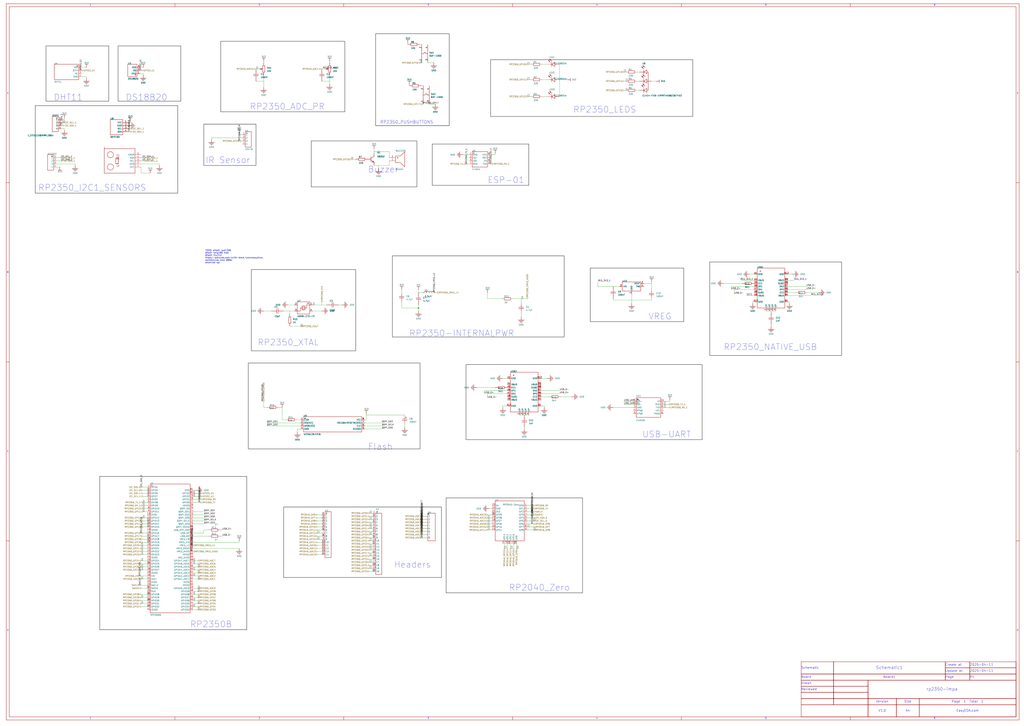
<source format=kicad_sch>
(kicad_sch (version 20231120) (generator "eeschema") (generator_version "8.0")
  (paper "User" 848.36 601.98)
  (junction (at 346.71 255.27))
  (wire (pts (xy 349.25 86.36) (xy 350.52 86.36)))
  (wire (pts (xy 339.09 71.12) (xy 339.09 69.85)))
  (wire (pts (xy 116.84 454.66) (xy 121.92 454.66)))
  (wire (pts (xy 266.7 439.42) (xy 262.89 439.42)))
  (wire (pts (xy 554.99 332.74) (xy 554.99 331.47)))
  (polyline (pts (xy 783.099 558.8) (xy 690.562 558.8)) (stroke (width 0.254) (type solid) (color 160 0 0 1)))
  (wire (pts (xy 403.86 431.8) (xy 407.67 431.8)))
  (polyline (pts (xy 663.702 579.12) (xy 663.702 574.04)) (stroke (width 0.254) (type solid) (color 160 0 0 1)))
  (wire (pts (xy 387.35 135.89) (xy 388.62 135.89)))
  (wire (pts (xy 132.08 135.89) (xy 116.84 135.89)))
  (wire (pts (xy 163.83 487.68) (xy 160.02 487.68)))
  (wire (pts (xy 436.88 66.04) (xy 439.42 66.04)))
  (wire (pts (xy 508 237.49) (xy 495.3 237.49)))
  (wire (pts (xy 549.91 335.28) (xy 553.72 335.28)))
  (wire (pts (xy 448.31 328.93) (xy 454.66 328.93)))
  (polyline (pts (xy 783.099 563.88) (xy 783.099 558.8)) (stroke (width 0.254) (type solid) (color 160 0 0 1)))
  (polyline (pts (xy 841.756 548.64) (xy 841.756 553.72)) (stroke (width 0.254) (type solid) (color 160 0 0 1)))
  (wire (pts (xy 290.83 132.08) (xy 294.64 132.08)))
  (wire (pts (xy 405.13 421.64) (xy 407.67 421.64)))
  (wire (pts (xy 118.618 55.88) (xy 116.078 55.88)))
  (wire (pts (xy 121.92 406.4) (xy 118.11 406.4)))
  (wire (pts (xy 116.84 477.52) (xy 121.92 477.52)))
  (polyline (pts (xy 663.702 579.12) (xy 690.562 579.12)) (stroke (width 0.254) (type solid) (color 160 0 0 1)))
  (wire (pts (xy 306.07 430.53) (xy 308.61 430.53)))
  (wire (pts (xy 118.11 419.1) (xy 121.92 419.1)))
  (polyline (pts (xy 690.562 548.64) (xy 690.562 558.8)) (stroke (width 0.254) (type solid) (color 160 0 0 1)))
  (wire (pts (xy 119.38 133.35) (xy 116.84 133.35)))
  (polyline (pts (xy 5.08 151.511) (xy 7.62 151.511)) (stroke (width 0.254) (type solid) (color 160 0 0 1)))
  (wire (pts (xy 172.72 444.5) (xy 160.02 444.5)))
  (wire (pts (xy 248.92 270.51) (xy 240.03 270.51)))
  (wire (pts (xy 668.02 240.03) (xy 652.78 240.03)))
  (wire (pts (xy 121.92 497.84) (xy 116.84 497.84)))
  (wire (pts (xy 121.92 449.58) (xy 118.11 449.58)))
  (polyline (pts (xy 783.099 553.72) (xy 803.502 553.72)) (stroke (width 0.254) (type solid) (color 160 0 0 1)))
  (polyline (pts (xy 719.14 584.2) (xy 742.672 584.2)) (stroke (width 0.254) (type solid) (color 160 0 0 1)))
  (wire (pts (xy 516.89 59.69) (xy 518.16 59.69)))
  (polyline (pts (xy 690.562 574.04) (xy 690.562 568.96)) (stroke (width 0.254) (type solid) (color 160 0 0 1)))
  (wire (pts (xy 160.02 502.92) (xy 163.83 502.92)))
  (wire (pts (xy 473.71 328.93) (xy 464.82 328.93)))
  (wire (pts (xy 528.32 59.69) (xy 529.59 59.69)))
  (polyline (pts (xy 690.562 568.96) (xy 663.702 568.96)) (stroke (width 0.254) (type solid) (color 160 0 0 1)))
  (polyline (pts (xy 761.544 584.2) (xy 742.672 584.2)) (stroke (width 0.254) (type solid) (color 160 0 0 1)))
  (wire (pts (xy 350.52 430.53) (xy 351.79 430.53)))
  (wire (pts (xy 335.28 354.33) (xy 335.28 351.79)))
  (wire (pts (xy 453.39 80.01) (xy 449.58 80.01)))
  (polyline (pts (xy 690.562 558.8) (xy 663.702 558.8)) (stroke (width 0.254) (type solid) (color 160 0 0 1)))
  (polyline (pts (xy 564.557 3.048) (xy 564.557 5.588)) (stroke (width 0.254) (type solid) (color 160 0 0 1)))
  (wire (pts (xy 394.97 321.31) (xy 410.21 321.31)))
  (wire (pts (xy 313.69 137.16) (xy 309.88 137.16)))
  (wire (pts (xy 441.96 421.64) (xy 436.88 421.64)))
  (wire (pts (xy 441.96 439.42) (xy 436.88 439.42)))
  (wire (pts (xy 118.11 421.64) (xy 121.92 421.64)))
  (polyline (pts (xy 719.14 563.88) (xy 719.14 568.96)) (stroke (width 0.254) (type solid) (color 160 0 0 1)))
  (wire (pts (xy 605.79 237.49) (xy 605.79 240.03)))
  (wire (pts (xy 266.7 436.88) (xy 262.89 436.88)))
  (wire (pts (xy 313.69 139.7) (xy 313.69 137.16)))
  (wire (pts (xy 163.83 495.3) (xy 160.02 495.3)))
  (wire (pts (xy 403.86 429.26) (xy 407.67 429.26)))
  (polyline (pts (xy 841.756 579.12) (xy 719.14 579.12)) (stroke (width 0.254) (type solid) (color 160 0 0 1)))
  (polyline (pts (xy 719.14 574.04) (xy 690.562 574.04)) (stroke (width 0.254) (type solid) (color 160 0 0 1)))
  (wire (pts (xy 200.66 114.3) (xy 175.26 114.3)))
  (wire (pts (xy 431.8 247.65) (xy 436.88 247.65)))
  (polyline (pts (xy 5.08 448.437) (xy 7.62 448.437)) (stroke (width 0.254) (type solid) (color 160 0 0 1)))
  (wire (pts (xy 668.02 237.49) (xy 652.78 237.49)))
  (polyline (pts (xy 761.544 579.12) (xy 841.756 579.12)) (stroke (width 0.254) (type solid) (color 160 0 0 1)))
  (wire (pts (xy 549.91 332.74) (xy 554.99 332.74)))
  (wire (pts (xy 200.66 111.76) (xy 198.12 111.76)))
  (wire (pts (xy 106.68 106.68) (xy 107.95 106.68)))
  (wire (pts (xy 549.91 337.82) (xy 554.99 337.82)))
  (wire (pts (xy 415.29 247.65) (xy 403.86 247.65)))
  (wire (pts (xy 529.59 74.93) (xy 528.32 74.93)))
  (wire (pts (xy 624.84 227.33) (xy 621.03 227.33)))
  (wire (pts (xy 463.55 66.04) (xy 463.55 80.01)))
  (wire (pts (xy 266.7 429.26) (xy 262.89 429.26)))
  (wire (pts (xy 308.61 440.69) (xy 306.07 440.69)))
  (wire (pts (xy 118.618 60.96) (xy 118.618 62.23)))
  (wire (pts (xy 463.55 66.04) (xy 463.55 53.34)))
  (wire (pts (xy 199.39 116.84) (xy 200.66 116.84)))
  (polyline (pts (xy 690.562 579.12) (xy 690.562 584.2)) (stroke (width 0.254) (type solid) (color 160 0 0 1)))
  (polyline (pts (xy 424.688 3.048) (xy 424.688 5.588)) (stroke (width 0.254) (type solid) (color 160 0 0 1)))
  (polyline (pts (xy 719.14 579.12) (xy 742.672 579.12)) (stroke (width 0.254) (type solid) (color 160 0 0 1)))
  (wire (pts (xy 266.7 57.15) (xy 269.24 57.15)))
  (wire (pts (xy 160.02 492.76) (xy 163.83 492.76)))
  (wire (pts (xy 347.98 36.83) (xy 349.25 36.83)))
  (polyline (pts (xy 803.502 558.8) (xy 783.099 558.8)) (stroke (width 0.254) (type solid) (color 160 0 0 1)))
  (polyline (pts (xy 704.427 596.9) (xy 704.427 594.36)) (stroke (width 0.254) (type solid) (color 160 0 0 1)))
  (wire (pts (xy 431.8 260.35) (xy 431.8 262.89)))
  (wire (pts (xy 469.9 66.04) (xy 463.55 66.04)))
  (polyline (pts (xy 761.544 594.36) (xy 761.544 584.2)) (stroke (width 0.254) (type solid) (color 160 0 0 1)))
  (wire (pts (xy 441.96 426.72) (xy 436.88 426.72)))
  (wire (pts (xy 49.53 138.43) (xy 46.99 138.43)))
  (polyline (pts (xy 803.502 558.8) (xy 803.502 563.88)) (stroke (width 0.254) (type solid) (color 160 0 0 1)))
  (wire (pts (xy 335.28 344.17) (xy 303.53 344.17)))
  (polyline (pts (xy 761.544 584.2) (xy 761.544 594.36)) (stroke (width 0.254) (type solid) (color 160 0 0 1)))
  (wire (pts (xy 309.88 125.73) (xy 322.58 125.73)))
  (polyline (pts (xy 742.672 594.36) (xy 719.14 594.36)) (stroke (width 0.254) (type solid) (color 160 0 0 1)))
  (polyline (pts (xy 663.702 563.88) (xy 690.562 563.88)) (stroke (width 0.254) (type solid) (color 160 0 0 1)))
  (wire (pts (xy 163.83 490.22) (xy 160.02 490.22)))
  (wire (pts (xy 518.16 67.31) (xy 516.89 67.31)))
  (polyline (pts (xy 719.14 579.12) (xy 690.562 579.12)) (stroke (width 0.254) (type solid) (color 160 0 0 1)))
  (wire (pts (xy 160.02 477.52) (xy 163.83 477.52)))
  (wire (pts (xy 163.83 474.98) (xy 160.02 474.98)))
  (wire (pts (xy 67.818 55.88) (xy 71.628 55.88)))
  (wire (pts (xy 266.7 457.2) (xy 262.89 457.2)))
  (wire (pts (xy 436.88 434.34) (xy 441.96 434.34)))
  (polyline (pts (xy 841.756 563.88) (xy 841.756 579.12)) (stroke (width 0.254) (type solid) (color 160 0 0 1)))
  (wire (pts (xy 624.84 240.03) (xy 608.33 240.03)))
  (polyline (pts (xy 841.756 594.36) (xy 761.544 594.36)) (stroke (width 0.254) (type solid) (color 160 0 0 1)))
  (polyline (pts (xy 719.14 584.2) (xy 690.562 584.2)) (stroke (width 0.254) (type solid) (color 160 0 0 1)))
  (wire (pts (xy 316.23 350.52) (xy 302.26 350.52)))
  (polyline (pts (xy 719.14 568.96) (xy 690.562 568.96)) (stroke (width 0.254) (type solid) (color 160 0 0 1)))
  (wire (pts (xy 53.34 106.68) (xy 50.8 106.68)))
  (wire (pts (xy 163.83 469.9) (xy 160.02 469.9)))
  (wire (pts (xy 50.8 104.14) (xy 52.07 104.14)))
  (wire (pts (xy 116.078 58.42) (xy 117.348 58.42)))
  (wire (pts (xy 322.58 137.16) (xy 322.58 133.35)))
  (wire (pts (xy 337.82 36.83) (xy 337.82 35.56)))
  (wire (pts (xy 523.24 243.84) (xy 523.24 248.92)))
  (polyline (pts (xy 742.672 594.36) (xy 742.672 584.2)) (stroke (width 0.254) (type solid) (color 160 0 0 1)))
  (wire (pts (xy 407.67 426.72) (xy 403.86 426.72)))
  (wire (pts (xy 539.75 234.95) (xy 539.75 238.76)))
  (wire (pts (xy 306.07 466.09) (xy 308.61 466.09)))
  (polyline (pts (xy 663.702 548.64) (xy 690.562 548.64)) (stroke (width 0.254) (type solid) (color 160 0 0 1)))
  (wire (pts (xy 332.74 241.3) (xy 332.74 240.03)))
  (wire (pts (xy 449.58 66.04) (xy 453.39 66.04)))
  (wire (pts (xy 163.83 505.46) (xy 160.02 505.46)))
  (wire (pts (xy 273.05 50.8) (xy 273.05 52.07)))
  (wire (pts (xy 450.85 336.55) (xy 450.85 337.82)))
  (wire (pts (xy 50.8 99.06) (xy 53.34 99.06)))
  (polyline (pts (xy 690.562 568.96) (xy 690.562 574.04)) (stroke (width 0.254) (type solid) (color 160 0 0 1)))
  (wire (pts (xy 218.44 332.74) (xy 218.44 337.82)))
  (wire (pts (xy 198.12 111.76) (xy 198.12 110.49)))
  (wire (pts (xy 306.07 448.31) (xy 308.61 448.31)))
  (wire (pts (xy 308.61 427.99) (xy 306.07 427.99)))
  (wire (pts (xy 71.628 64.77) (xy 71.628 63.5)))
  (wire (pts (xy 168.91 429.26) (xy 160.02 429.26)))
  (wire (pts (xy 533.4 234.95) (xy 539.75 234.95)))
  (polyline (pts (xy 841.756 553.72) (xy 803.502 553.72)) (stroke (width 0.254) (type solid) (color 160 0 0 1)))
  (wire (pts (xy 308.61 445.77) (xy 306.07 445.77)))
  (polyline (pts (xy 841.756 579.12) (xy 841.756 584.2)) (stroke (width 0.254) (type solid) (color 160 0 0 1)))
  (wire (pts (xy 350.52 445.77) (xy 351.79 445.77)))
  (wire (pts (xy 116.84 495.3) (xy 121.92 495.3)))
  (polyline (pts (xy 719.14 579.12) (xy 719.14 563.88)) (stroke (width 0.254) (type solid) (color 160 0 0 1)))
  (wire (pts (xy 346.71 255.27) (xy 346.71 257.81)))
  (polyline (pts (xy 690.562 563.88) (xy 690.562 568.96)) (stroke (width 0.254) (type solid) (color 160 0 0 1)))
  (wire (pts (xy 306.07 471.17) (xy 308.61 471.17)))
  (wire (pts (xy 248.92 353.06) (xy 220.98 353.06)))
  (wire (pts (xy 523.24 248.92) (xy 539.75 248.92)))
  (wire (pts (xy 417.83 454.66) (xy 417.83 450.85)))
  (wire (pts (xy 516.89 335.28) (xy 524.51 335.28)))
  (wire (pts (xy 463.55 323.85) (xy 448.31 323.85)))
  (wire (pts (xy 121.92 403.86) (xy 118.11 403.86)))
  (wire (pts (xy 160.02 497.84) (xy 163.83 497.84)))
  (wire (pts (xy 270.51 252.73) (xy 266.7 252.73)))
  (polyline (pts (xy 663.702 574.04) (xy 663.702 568.96)) (stroke (width 0.254) (type solid) (color 160 0 0 1)))
  (wire (pts (xy 306.07 461.01) (xy 308.61 461.01)))
  (wire (pts (xy 198.12 448.31) (xy 198.12 449.58)))
  (wire (pts (xy 350.52 438.15) (xy 351.79 438.15)))
  (wire (pts (xy 518.16 74.93) (xy 516.89 74.93)))
  (polyline (pts (xy 704.427 3.048) (xy 704.427 5.588)) (stroke (width 0.254) (type solid) (color 160 0 0 1)))
  (polyline (pts (xy 841.756 558.8) (xy 841.756 563.88)) (stroke (width 0.254) (type solid) (color 160 0 0 1)))
  (wire (pts (xy 116.84 480.06) (xy 121.92 480.06)))
  (polyline (pts (xy 719.14 563.88) (xy 841.756 563.88)) (stroke (width 0.254) (type solid) (color 160 0 0 1)))
  (wire (pts (xy 163.83 500.38) (xy 160.02 500.38)))
  (wire (pts (xy 248.92 355.6) (xy 246.38 355.6)))
  (wire (pts (xy 347.98 52.07) (xy 349.25 52.07)))
  (wire (pts (xy 160.02 472.44) (xy 163.83 472.44)))
  (wire (pts (xy 218.44 67.31) (xy 218.44 72.39)))
  (wire (pts (xy 420.37 326.39) (xy 403.86 326.39)))
  (polyline (pts (xy 690.562 574.04) (xy 690.562 579.12)) (stroke (width 0.254) (type solid) (color 160 0 0 1)))
  (polyline (pts (xy 144.949 596.9) (xy 144.949 594.36)) (stroke (width 0.254) (type solid) (color 160 0 0 1)))
  (polyline (pts (xy 783.099 548.64) (xy 803.502 548.64)) (stroke (width 0.254) (type solid) (color 160 0 0 1)))
  (wire (pts (xy 441.96 429.26) (xy 436.88 429.26)))
  (polyline (pts (xy 690.562 579.12) (xy 690.562 574.04)) (stroke (width 0.254) (type solid) (color 160 0 0 1)))
  (wire (pts (xy 528.32 67.31) (xy 529.59 67.31)))
  (wire (pts (xy 266.7 431.8) (xy 262.89 431.8)))
  (wire (pts (xy 308.61 463.55) (xy 306.07 463.55)))
  (wire (pts (xy 266.7 444.5) (xy 262.89 444.5)))
  (polyline (pts (xy 719.14 584.2) (xy 719.14 579.12)) (stroke (width 0.254) (type solid) (color 160 0 0 1)))
  (wire (pts (xy 306.07 443.23) (xy 308.61 443.23)))
  (wire (pts (xy 508 237.49) (xy 513.08 237.49)))
  (wire (pts (xy 306.07 453.39) (xy 308.61 453.39)))
  (wire (pts (xy 248.92 350.52) (xy 220.98 350.52)))
  (wire (pts (xy 224.79 257.81) (xy 218.44 257.81)))
  (wire (pts (xy 420.37 323.85) (xy 401.32 323.85)))
  (polyline (pts (xy 803.502 553.72) (xy 803.502 548.64)) (stroke (width 0.254) (type solid) (color 160 0 0 1)))
  (wire (pts (xy 316.23 353.06) (xy 302.26 353.06)))
  (wire (pts (xy 163.83 480.06) (xy 160.02 480.06)))
  (wire (pts (xy 350.52 427.99) (xy 351.79 427.99)))
  (wire (pts (xy 350.52 435.61) (xy 351.79 435.61)))
  (wire (pts (xy 266.7 434.34) (xy 262.89 434.34)))
  (wire (pts (xy 160.02 441.96) (xy 168.91 441.96)))
  (wire (pts (xy 316.23 355.6) (xy 302.26 355.6)))
  (polyline (pts (xy 719.14 579.12) (xy 719.14 584.2)) (stroke (width 0.254) (type solid) (color 160 0 0 1)))
  (polyline (pts (xy 663.702 558.8) (xy 663.702 548.64)) (stroke (width 0.254) (type solid) (color 160 0 0 1)))
  (wire (pts (xy 539.75 234.95) (xy 539.75 233.68)))
  (polyline (pts (xy 5.08 299.974) (xy 7.62 299.974)) (stroke (width 0.254) (type solid) (color 160 0 0 1)))
  (wire (pts (xy 168.91 441.96) (xy 168.91 439.42)))
  (wire (pts (xy 403.86 434.34) (xy 407.67 434.34)))
  (wire (pts (xy 53.34 99.06) (xy 53.34 97.79)))
  (wire (pts (xy 116.84 457.2) (xy 121.92 457.2)))
  (polyline (pts (xy 761.544 584.2) (xy 761.544 579.12)) (stroke (width 0.254) (type solid) (color 160 0 0 1)))
  (polyline (pts (xy 783.099 558.8) (xy 783.099 563.88)) (stroke (width 0.254) (type solid) (color 160 0 0 1)))
  (wire (pts (xy 62.23 135.89) (xy 46.99 135.89)))
  (wire (pts (xy 652.78 227.33) (xy 656.59 227.33)))
  (wire (pts (xy 433.07 344.17) (xy 434.34 344.17)))
  (wire (pts (xy 238.76 252.73) (xy 243.84 252.73)))
  (wire (pts (xy 308.61 433.07) (xy 306.07 433.07)))
  (wire (pts (xy 618.49 245.11) (xy 624.84 245.11)))
  (polyline (pts (xy 690.562 568.96) (xy 719.14 568.96)) (stroke (width 0.254) (type solid) (color 160 0 0 1)))
  (wire (pts (xy 184.15 439.42) (xy 182.88 439.42)))
  (wire (pts (xy 116.84 500.38) (xy 121.92 500.38)))
  (wire (pts (xy 160.02 449.58) (xy 198.12 449.58)))
  (wire (pts (xy 350.52 433.07) (xy 351.79 433.07)))
  (wire (pts (xy 121.92 467.36) (xy 116.84 467.36)))
  (polyline (pts (xy 284.819 3.048) (xy 284.819 5.588)) (stroke (width 0.254) (type solid) (color 160 0 0 1)))
  (wire (pts (xy 273.05 67.31) (xy 273.05 62.23)))
  (wire (pts (xy 218.44 67.31) (xy 212.09 67.31)))
  (wire (pts (xy 434.34 354.33) (xy 434.34 355.6)))
  (wire (pts (xy 121.92 408.94) (xy 118.11 408.94)))
  (wire (pts (xy 624.84 237.49) (xy 605.79 237.49)))
  (wire (pts (xy 441.96 431.8) (xy 436.88 431.8)))
  (wire (pts (xy 425.45 450.85) (xy 425.45 454.66)))
  (wire (pts (xy 168.91 431.8) (xy 160.02 431.8)))
  (wire (pts (xy 160.02 414.02) (xy 166.37 414.02)))
  (wire (pts (xy 243.84 257.81) (xy 240.03 257.81)))
  (polyline (pts (xy 803.502 553.72) (xy 803.502 558.8)) (stroke (width 0.254) (type solid) (color 160 0 0 1)))
  (wire (pts (xy 303.53 342.9) (xy 303.53 344.17)))
  (polyline (pts (xy 783.099 558.8) (xy 803.502 558.8)) (stroke (width 0.254) (type solid) (color 160 0 0 1)))
  (wire (pts (xy 599.44 234.95) (xy 614.68 234.95)))
  (wire (pts (xy 306.07 455.93) (xy 308.61 455.93)))
  (wire (pts (xy 309.88 123.19) (xy 309.88 125.73)))
  (wire (pts (xy 360.68 242.57) (xy 361.95 242.57)))
  (wire (pts (xy 302.26 347.98) (xy 303.53 347.98)))
  (wire (pts (xy 359.41 52.07) (xy 354.33 52.07)))
  (wire (pts (xy 168.91 434.34) (xy 160.02 434.34)))
  (polyline (pts (xy 844.296 448.437) (xy 841.756 448.437)) (stroke (width 0.254) (type solid) (color 160 0 0 1)))
  (polyline (pts (xy 841.756 563.88) (xy 803.502 563.88)) (stroke (width 0.254) (type solid) (color 160 0 0 1)))
  (polyline (pts (xy 742.672 584.2) (xy 742.672 594.36)) (stroke (width 0.254) (type solid) (color 160 0 0 1)))
  (wire (pts (xy 116.84 472.44) (xy 121.92 472.44)))
  (wire (pts (xy 246.38 355.6) (xy 246.38 358.14)))
  (wire (pts (xy 508 248.92) (xy 523.24 248.92)))
  (wire (pts (xy 119.38 130.81) (xy 116.84 130.81)))
  (polyline (pts (xy 783.099 548.64) (xy 783.099 558.8)) (stroke (width 0.254) (type solid) (color 160 0 0 1)))
  (wire (pts (xy 160.02 467.36) (xy 163.83 467.36)))
  (polyline (pts (xy 690.562 563.88) (xy 690.562 558.8)) (stroke (width 0.254) (type solid) (color 160 0 0 1)))
  (polyline (pts (xy 719.14 594.36) (xy 719.14 584.2)) (stroke (width 0.254) (type solid) (color 160 0 0 1)))
  (polyline (pts (xy 742.672 584.2) (xy 761.544 584.2)) (stroke (width 0.254) (type solid) (color 160 0 0 1)))
  (wire (pts (xy 416.56 337.82) (xy 416.56 336.55)))
  (wire (pts (xy 118.11 424.18) (xy 121.92 424.18)))
  (polyline (pts (xy 690.562 563.88) (xy 663.702 563.88)) (stroke (width 0.254) (type solid) (color 160 0 0 1)))
  (polyline (pts (xy 841.756 558.8) (xy 803.502 558.8)) (stroke (width 0.254) (type solid) (color 160 0 0 1)))
  (wire (pts (xy 638.81 269.24) (xy 638.81 270.51)))
  (polyline (pts (xy 841.756 584.2) (xy 761.544 584.2)) (stroke (width 0.254) (type solid) (color 160 0 0 1)))
  (wire (pts (xy 678.18 242.57) (xy 669.29 242.57)))
  (wire (pts (xy 623.57 250.19) (xy 624.84 250.19)))
  (wire (pts (xy 463.55 326.39) (xy 448.31 326.39)))
  (wire (pts (xy 273.05 67.31) (xy 266.7 67.31)))
  (wire (pts (xy 212.09 57.15) (xy 210.82 57.15)))
  (wire (pts (xy 121.92 444.5) (xy 118.11 444.5)))
  (wire (pts (xy 116.84 469.9) (xy 121.92 469.9)))
  (wire (pts (xy 266.7 459.74) (xy 262.89 459.74)))
  (wire (pts (xy 52.07 101.6) (xy 50.8 101.6)))
  (wire (pts (xy 308.61 468.63) (xy 306.07 468.63)))
  (wire (pts (xy 308.61 473.71) (xy 306.07 473.71)))
  (wire (pts (xy 539.75 67.31) (xy 543.56 67.31)))
  (wire (pts (xy 306.07 438.15) (xy 308.61 438.15)))
  (polyline (pts (xy 803.502 553.72) (xy 841.756 553.72)) (stroke (width 0.254) (type solid) (color 160 0 0 1)))
  (wire (pts (xy 308.61 458.47) (xy 306.07 458.47)))
  (wire (pts (xy 116.84 459.74) (xy 121.92 459.74)))
  (polyline (pts (xy 663.702 594.36) (xy 663.702 584.2)) (stroke (width 0.254) (type solid) (color 160 0 0 1)))
  (polyline (pts (xy 841.756 553.72) (xy 841.756 558.8)) (stroke (width 0.254) (type solid) (color 160 0 0 1)))
  (wire (pts (xy 233.68 337.82) (xy 233.68 347.98)))
  (polyline (pts (xy 803.502 563.88) (xy 803.502 558.8)) (stroke (width 0.254) (type solid) (color 160 0 0 1)))
  (polyline (pts (xy 803.502 548.64) (xy 841.756 548.64)) (stroke (width 0.254) (type solid) (color 160 0 0 1)))
  (wire (pts (xy 262.89 441.96) (xy 266.7 441.96)))
  (wire (pts (xy 306.07 425.45) (xy 308.61 425.45)))
  (wire (pts (xy 416.56 336.55) (xy 420.37 336.55)))
  (wire (pts (xy 360.68 86.36) (xy 355.6 86.36)))
  (polyline (pts (xy 742.672 584.2) (xy 742.672 579.12)) (stroke (width 0.254) (type solid) (color 160 0 0 1)))
  (wire (pts (xy 218.44 67.31) (xy 218.44 62.23)))
  (wire (pts (xy 435.61 344.17) (xy 434.34 344.17)))
  (wire (pts (xy 53.34 106.68) (xy 53.34 107.95)))
  (polyline (pts (xy 690.562 548.64) (xy 783.099 548.64)) (stroke (width 0.254) (type solid) (color 160 0 0 1)))
  (wire (pts (xy 280.67 252.73) (xy 283.21 252.73)))
  (polyline (pts (xy 742.672 579.12) (xy 761.544 579.12)) (stroke (width 0.254) (type solid) (color 160 0 0 1)))
  (wire (pts (xy 403.86 439.42) (xy 407.67 439.42)))
  (wire (pts (xy 350.52 440.69) (xy 351.79 440.69)))
  (polyline (pts (xy 663.702 584.2) (xy 663.702 579.12)) (stroke (width 0.254) (type solid) (color 160 0 0 1)))
  (polyline (pts (xy 719.14 574.04) (xy 719.14 579.12)) (stroke (width 0.254) (type solid) (color 160 0 0 1)))
  (wire (pts (xy 118.11 416.56) (xy 121.92 416.56)))
  (wire (pts (xy 657.86 232.41) (xy 652.78 232.41)))
  (wire (pts (xy 116.84 464.82) (xy 121.92 464.82)))
  (polyline (pts (xy 424.688 596.9) (xy 424.688 594.36)) (stroke (width 0.254) (type solid) (color 160 0 0 1)))
  (wire (pts (xy 160.02 408.94) (xy 166.37 408.94)))
  (polyline (pts (xy 690.562 558.8) (xy 690.562 563.88)) (stroke (width 0.254) (type solid) (color 160 0 0 1)))
  (polyline (pts (xy 783.099 553.72) (xy 783.099 548.64)) (stroke (width 0.254) (type solid) (color 160 0 0 1)))
  (wire (pts (xy 266.7 454.66) (xy 262.89 454.66)))
  (wire (pts (xy 121.92 447.04) (xy 118.11 447.04)))
  (wire (pts (xy 383.54 128.27) (xy 388.62 128.27)))
  (polyline (pts (xy 761.544 594.36) (xy 742.672 594.36)) (stroke (width 0.254) (type solid) (color 160 0 0 1)))
  (polyline (pts (xy 690.562 558.8) (xy 690.562 548.64)) (stroke (width 0.254) (type solid) (color 160 0 0 1)))
  (polyline (pts (xy 844.296 151.511) (xy 841.756 151.511)) (stroke (width 0.254) (type solid) (color 160 0 0 1)))
  (wire (pts (xy 652.78 242.57) (xy 659.13 242.57)))
  (wire (pts (xy 106.68 101.6) (xy 107.95 101.6)))
  (wire (pts (xy 308.61 450.85) (xy 306.07 450.85)))
  (wire (pts (xy 401.32 323.85) (xy 401.32 326.39)))
  (wire (pts (xy 449.58 53.34) (xy 453.39 53.34)))
  (wire (pts (xy 266.7 250.19) (xy 266.7 252.73)))
  (polyline (pts (xy 690.562 579.12) (xy 663.702 579.12)) (stroke (width 0.254) (type solid) (color 160 0 0 1)))
  (polyline (pts (xy 841.756 584.2) (xy 841.756 594.36)) (stroke (width 0.254) (type solid) (color 160 0 0 1)))
  (polyline (pts (xy 690.562 568.96) (xy 690.562 563.88)) (stroke (width 0.254) (type solid) (color 160 0 0 1)))
  (wire (pts (xy 309.88 127) (xy 309.88 125.73)))
  (wire (pts (xy 121.92 485.14) (xy 116.84 485.14)))
  (wire (pts (xy 350.52 242.57) (xy 346.71 242.57)))
  (wire (pts (xy 233.68 347.98) (xy 236.22 347.98)))
  (wire (pts (xy 448.31 313.69) (xy 453.39 313.69)))
  (wire (pts (xy 441.96 419.1) (xy 436.88 419.1)))
  (wire (pts (xy 218.44 337.82) (xy 220.98 337.82)))
  (wire (pts (xy 406.4 128.27) (xy 410.21 128.27)))
  (polyline (pts (xy 144.949 3.048) (xy 144.949 5.588)) (stroke (width 0.254) (type solid) (color 160 0 0 1)))
  (wire (pts (xy 654.05 250.19) (xy 652.78 250.19)))
  (wire (pts (xy 422.91 454.66) (xy 422.91 450.85)))
  (wire (pts (xy 640.08 257.81) (xy 638.81 257.81)))
  (polyline (pts (xy 663.702 558.8) (xy 690.562 558.8)) (stroke (width 0.254) (type solid) (color 160 0 0 1)))
  (polyline (pts (xy 690.562 574.04) (xy 663.702 574.04)) (stroke (width 0.254) (type solid) (color 160 0 0 1)))
  (wire (pts (xy 46.99 133.35) (xy 50.8 133.35)))
  (wire (pts (xy 642.62 257.81) (xy 640.08 257.81)))
  (polyline (pts (xy 803.502 563.88) (xy 783.099 563.88)) (stroke (width 0.254) (type solid) (color 160 0 0 1)))
  (wire (pts (xy 266.7 452.12) (xy 262.89 452.12)))
  (wire (pts (xy 436.88 436.88) (xy 441.96 436.88)))
  (wire (pts (xy 121.92 492.76) (xy 116.84 492.76)))
  (wire (pts (xy 435.61 344.17) (xy 438.15 344.17)))
  (polyline (pts (xy 564.557 596.9) (xy 564.557 594.36)) (stroke (width 0.254) (type solid) (color 160 0 0 1)))
  (wire (pts (xy 431.8 247.65) (xy 425.45 247.65)))
  (polyline (pts (xy 803.502 553.72) (xy 783.099 553.72)) (stroke (width 0.254) (type solid) (color 160 0 0 1)))
  (wire (pts (xy 116.84 452.12) (xy 121.92 452.12)))
  (wire (pts (xy 246.38 347.98) (xy 248.92 347.98)))
  (wire (pts (xy 121.92 434.34) (xy 118.11 434.34)))
  (wire (pts (xy 407.67 135.89) (xy 406.4 135.89)))
  (polyline (pts (xy 803.502 558.8) (xy 841.756 558.8)) (stroke (width 0.254) (type solid) (color 160 0 0 1)))
  (wire (pts (xy 175.26 114.3) (xy 175.26 115.57)))
  (wire (pts (xy 495.3 233.68) (xy 495.3 237.49)))
  (wire (pts (xy 638.81 259.08) (xy 638.81 257.81)))
  (polyline (pts (xy 690.562 563.88) (xy 719.14 563.88)) (stroke (width 0.254) (type solid) (color 160 0 0 1)))
  (wire (pts (xy 168.91 439.42) (xy 172.72 439.42)))
  (wire (pts (xy 350.52 443.23) (xy 351.79 443.23)))
  (wire (pts (xy 259.08 252.73) (xy 266.7 252.73)))
  (polyline (pts (xy 761.544 584.2) (xy 841.756 584.2)) (stroke (width 0.254) (type solid) (color 160 0 0 1)))
  (wire (pts (xy 346.71 255.27) (xy 332.74 255.27)))
  (wire (pts (xy 132.08 135.89) (xy 132.08 137.16)))
  (wire (pts (xy 218.44 50.8) (xy 218.44 52.07)))
  (wire (pts (xy 436.88 80.01) (xy 439.42 80.01)))
  (wire (pts (xy 168.91 424.18) (xy 160.02 424.18)))
  (wire (pts (xy 107.95 101.6) (xy 107.95 100.33)))
  (wire (pts (xy 332.74 255.27) (xy 332.74 251.46)))
  (wire (pts (xy 516.89 332.74) (xy 524.51 332.74)))
  (wire (pts (xy 403.86 247.65) (xy 403.86 242.57)))
  (wire (pts (xy 198.12 454.66) (xy 160.02 454.66)))
  (wire (pts (xy 448.31 336.55) (xy 450.85 336.55)))
  (wire (pts (xy 637.54 257.81) (xy 638.81 257.81)))
  (wire (pts (xy 623.57 251.46) (xy 623.57 250.19)))
  (wire (pts (xy 212.09 57.15) (xy 214.63 57.15)))
  (wire (pts (xy 420.37 313.69) (xy 416.56 313.69)))
  (wire (pts (xy 403.86 436.88) (xy 407.67 436.88)))
  (polyline (pts (xy 783.099 563.88) (xy 690.562 563.88)) (stroke (width 0.254) (type solid) (color 160 0 0 1)))
  (wire (pts (xy 427.99 454.66) (xy 427.99 450.85)))
  (polyline (pts (xy 663.702 568.96) (xy 663.702 563.88)) (stroke (width 0.254) (type solid) (color 160 0 0 1)))
  (wire (pts (xy 259.08 257.81) (xy 266.7 257.81)))
  (wire (pts (xy 116.84 138.43) (xy 116.84 143.51)))
  (polyline (pts (xy 742.672 584.2) (xy 719.14 584.2)) (stroke (width 0.254) (type solid) (color 160 0 0 1)))
  (wire (pts (xy 160.02 411.48) (xy 166.37 411.48)))
  (polyline (pts (xy 663.702 584.2) (xy 719.14 584.2)) (stroke (width 0.254) (type solid) (color 160 0 0 1)))
  (wire (pts (xy 410.21 128.27) (xy 410.21 127)))
  (wire (pts (xy 116.078 60.96) (xy 118.618 60.96)))
  (wire (pts (xy 234.95 257.81) (xy 240.03 257.81)))
  (polyline (pts (xy 844.296 299.974) (xy 841.756 299.974)) (stroke (width 0.254) (type solid) (color 160 0 0 1)))
  (polyline (pts (xy 690.562 574.04) (xy 719.14 574.04)) (stroke (width 0.254) (type solid) (color 160 0 0 1)))
  (wire (pts (xy 431.8 247.65) (xy 431.8 250.19)))
  (wire (pts (xy 654.05 251.46) (xy 654.05 250.19)))
  (wire (pts (xy 121.92 487.68) (xy 116.84 487.68)))
  (wire (pts (xy 184.15 444.5) (xy 182.88 444.5)))
  (wire (pts (xy 349.25 71.12) (xy 350.52 71.12)))
  (wire (pts (xy 508 337.82) (xy 524.51 337.82)))
  (wire (pts (xy 436.88 53.34) (xy 439.42 53.34)))
  (wire (pts (xy 313.69 137.16) (xy 322.58 137.16)))
  (polyline (pts (xy 719.14 568.96) (xy 719.14 574.04)) (stroke (width 0.254) (type solid) (color 160 0 0 1)))
  (polyline (pts (xy 690.562 584.2) (xy 663.702 584.2)) (stroke (width 0.254) (type solid) (color 160 0 0 1)))
  (polyline (pts (xy 690.562 579.12) (xy 719.14 579.12)) (stroke (width 0.254) (type solid) (color 160 0 0 1)))
  (wire (pts (xy 430.53 344.17) (xy 433.07 344.17)))
  (wire (pts (xy 303.53 347.98) (xy 303.53 344.17)))
  (wire (pts (xy 160.02 426.72) (xy 168.91 426.72)))
  (wire (pts (xy 624.84 232.41) (xy 613.41 232.41)))
  (wire (pts (xy 121.92 431.8) (xy 118.11 431.8)))
  (wire (pts (xy 266.7 57.15) (xy 265.43 57.15)))
  (wire (pts (xy 322.58 125.73) (xy 322.58 130.81)))
  (polyline (pts (xy 761.544 579.12) (xy 761.544 584.2)) (stroke (width 0.254) (type solid) (color 160 0 0 1)))
  (wire (pts (xy 523.24 251.46) (xy 523.24 248.92)))
  (wire (pts (xy 420.37 450.85) (xy 420.37 454.66)))
  (wire (pts (xy 608.33 240.03) (xy 608.33 243.84)))
  (polyline (pts (xy 803.502 558.8) (xy 803.502 553.72)) (stroke (width 0.254) (type solid) (color 160 0 0 1)))
  (wire (pts (xy 160.02 464.82) (xy 163.83 464.82)))
  (wire (pts (xy 346.71 255.27) (xy 346.71 252.73)))
  (polyline (pts (xy 690.562 558.8) (xy 783.099 558.8)) (stroke (width 0.254) (type solid) (color 160 0 0 1)))
  (polyline (pts (xy 719.14 594.36) (xy 663.702 594.36)) (stroke (width 0.254) (type solid) (color 160 0 0 1)))
  (wire (pts (xy 121.92 441.96) (xy 118.11 441.96)))
  (polyline (pts (xy 719.14 584.2) (xy 719.14 594.36)) (stroke (width 0.254) (type solid) (color 160 0 0 1)))
  (wire (pts (xy 266.7 449.58) (xy 262.89 449.58)))
  (polyline (pts (xy 284.819 596.9) (xy 284.819 594.36)) (stroke (width 0.254) (type solid) (color 160 0 0 1)))
  (wire (pts (xy 233.68 337.82) (xy 231.14 337.82)))
  (wire (pts (xy 273.05 67.31) (xy 273.05 69.85)))
  (polyline (pts (xy 663.702 568.96) (xy 690.562 568.96)) (stroke (width 0.254) (type solid) (color 160 0 0 1)))
  (wire (pts (xy 46.99 130.81) (xy 50.8 130.81)))
  (wire (pts (xy 403.86 326.39) (xy 403.86 330.2)))
  (wire (pts (xy 121.92 502.92) (xy 116.84 502.92)))
  (wire (pts (xy 160.02 416.56) (xy 166.37 416.56)))
  (wire (pts (xy 306.07 435.61) (xy 308.61 435.61)))
  (polyline (pts (xy 783.099 558.8) (xy 783.099 553.72)) (stroke (width 0.254) (type solid) (color 160 0 0 1)))
  (wire (pts (xy 107.95 109.22) (xy 106.68 109.22)))
  (polyline (pts (xy 663.702 563.88) (xy 663.702 558.8)) (stroke (width 0.254) (type solid) (color 160 0 0 1)))
  (wire (pts (xy 262.89 447.04) (xy 266.7 447.04)))
  (wire (pts (xy 240.03 260.35) (xy 240.03 257.81)))
  (polyline (pts (xy 663.702 574.04) (xy 690.562 574.04)) (stroke (width 0.254) (type solid) (color 160 0 0 1)))
  (wire (pts (xy 652.78 245.11) (xy 671.83 245.11)))
  (wire (pts (xy 71.628 63.5) (xy 67.818 63.5)))
  (wire (pts (xy 121.92 411.48) (xy 118.11 411.48)))
  (wire (pts (xy 441.96 424.18) (xy 436.88 424.18)))
  (polyline (pts (xy 742.672 579.12) (xy 742.672 584.2)) (stroke (width 0.254) (type solid) (color 160 0 0 1)))
  (wire (pts (xy 508 248.92) (xy 508 247.65)))
  (wire (pts (xy 62.23 137.16) (xy 62.23 135.89)))
  (wire (pts (xy 346.71 242.57) (xy 346.71 240.03)))
  (wire (pts (xy 162.56 406.4) (xy 160.02 406.4)))
  (wire (pts (xy 635 257.81) (xy 637.54 257.81)))
  (wire (pts (xy 124.46 143.51) (xy 116.84 143.51)))
  (wire (pts (xy 266.7 426.72) (xy 262.89 426.72)))
  (wire (pts (xy 121.92 436.88) (xy 118.11 436.88)))
  (polyline (pts (xy 690.562 584.2) (xy 690.562 579.12)) (stroke (width 0.254) (type solid) (color 160 0 0 1)))
  (wire (pts (xy 118.11 429.26) (xy 121.92 429.26)))
  (polyline (pts (xy 803.502 548.64) (xy 803.502 553.72)) (stroke (width 0.254) (type solid) (color 160 0 0 1)))
  (rectangle (start 574.04 49.53) (end 406.4 96.52) (stroke (width 0.254) (color 0 0 0 1)))
  (rectangle (start 147.32 87.63) (end 29.21 160.02) (stroke (width 0.254) (color 0 0 0 1)))
  (rectangle (start 204.47 394.97) (end 82.55 521.97) (stroke (width 0.254) (color 0 0 0 1)))
  (rectangle (start 285.75 34.29) (end 182.88 92.71) (stroke (width 0.254) (color 0 0 0 1)))
  (rectangle (start 581.66 302.26) (end 386.08 364.49) (stroke (width 0.254) (color 0 0 0 1)))
  (rectangle (start 212.09 102.87) (end 168.91 137.16) (stroke (width 0.254) (color 0 0 0 1)))
  (rectangle (start 697.23 217.17) (end 588.01 294.64) (stroke (width 0.254) (color 0 0 0 1)))
  (rectangle (start 347.98 300.99) (end 205.74 372.11) (stroke (width 0.254) (color 0 0 0 1)))
  (rectangle (start 345.44 116.84) (end 257.81 154.94) (stroke (width 0.254) (color 0 0 0 1)))
  (rectangle (start 566.42 222.25) (end 488.95 266.7) (stroke (width 0.254) (color 0 0 0 1)))
  (rectangle (start 149.86 38.1) (end 97.79 83.82) (stroke (width 0.254) (color 0 0 0 1)))
  (rectangle (start 467.36 212.09) (end 325.12 279.4) (stroke (width 0.254) (color 0 0 0 1)))
  (rectangle (start 372.11 27.94) (end 311.15 104.14) (stroke (width 0.254) (color 0 0 0 1)))
  (rectangle (start 365.76 420.37) (end 234.95 478.79) (stroke (width 0.254) (color 0 0 0 1)))
  (rectangle (start 438.15 119.38) (end 358.14 153.67) (stroke (width 0.254) (color 0 0 0 1)))
  (rectangle (start 844.296 3.048) (end 5.08 596.9) (stroke (width 0.254) (color 160 0 0 1)))
  (rectangle (start 482.6 412.75) (end 369.57 491.49) (stroke (width 0.254) (color 0 0 0 1)))
  (rectangle (start 841.756 5.588) (end 7.62 594.36) (stroke (width 0.254) (color 160 0 0 1)))
  (rectangle (start 294.64 223.52) (end 208.28 290.83) (stroke (width 0.254) (color 0 0 0 1)))
  (rectangle (start 90.17 38.1) (end 38.1 83.82) (stroke (width 0.254) (color 0 0 0 1)))
  (text_box "TODO: añadir ssd1306\nañadir bmp180 mod\nañadir htu21d\nhttps://oshwlab.com/lckfb-team/coloreasypicox, resistencias smd 0806, etherntet spi" (at 194.31 233.68 0) (size -25.4 -27.94) (stroke (width -0.0001) (color 0 0 0 1)) (effects (font (size 1.27 1.27)) (justify left top)))
  (text "D" (at 6.35 522.668 0) (effects (font (size 1.27 1.27))))
  (text "Board1" (at 736.83 561.34 0) (effects (font (size 1.905 1.905))))
  (text "RP2350-INTERNALPWR" (at 339.09 279.4 0) (effects (font (size 5.08 5.08)) (justify left bottom)))
  (text "RP2350_LEDS" (at 474.98 93.98 0) (effects (font (size 5.08 5.08)) (justify left bottom)))
  (text "2" (at 214.884 4.318 0) (effects (font (size 1.27 1.27))))
  (text "RP2040_Zero" (at 421.64 490.22 0) (effects (font (size 5.08 5.08)) (justify left bottom)))
  (text "RP2350B" (at 157.48 520.7 0) (effects (font (size 5.08 5.08)) (justify left bottom)))
  (text "Reviewed" (at 663.702 571.5 0) (effects (font (size 1.905 1.905)) (justify left)))
  (text "C" (at 6.35 374.205 0) (effects (font (size 1.27 1.27))))
  (text "5" (at 634.492 595.63 0) (effects (font (size 1.27 1.27))))
  (text "4" (at 494.623 4.318 0) (effects (font (size 1.27 1.27))))
  (text "VREG" (at 537.21 265.43 0) (effects (font (size 5.08 5.08)) (justify left bottom)))
  (text "2" (at 214.884 595.63 0) (effects (font (size 1.27 1.27))))
  (text "RP2350_I2C1_SENSORS" (at 31.75 158.75 0) (effects (font (size 5.08 5.08)) (justify left bottom)))
  (text "USB-UART" (at 532.13 363.22 0) (effects (font (size 5.08 5.08)) (justify left bottom)))
  (text "5" (at 634.492 4.318 0) (effects (font (size 1.27 1.27))))
  (text "2025-04-11" (at 803.502 556.26 0) (effects (font (size 1.905 1.905)) (justify left)))
  (text "D" (at 843.026 522.668 0) (effects (font (size 1.27 1.27))))
  (text "Page  1  Total  1" (at 801.65 581.66 0) (effects (font (size 1.905 1.905))))
  (text "Create at" (at 783.099 551.18 0) (effects (font (size 1.905 1.905)) (justify left)))
  (text "RP2350_PUSHBUTTONS" (at 314.96 102.87 0) (effects (font (size 2.54 2.54)) (justify left bottom)))
  (text "RP2350_NATIVE_USB" (at 599.44 290.83 0) (effects (font (size 5.08 5.08)) (justify left bottom)))
  (text "3" (at 354.753 4.318 0) (effects (font (size 1.27 1.27))))
  (text "A4" (at 752.108 589.28 0) (effects (font (size 1.905 1.905))))
  (text "3" (at 354.753 595.63 0) (effects (font (size 1.27 1.27))))
  (text "Page" (at 783.099 561.34 0) (effects (font (size 1.905 1.905)) (justify left)))
  (text "" (at 690.562 566.42 0) (effects (font (size 1.905 1.905)) (justify left)))
  (text "6" (at 774.361 595.63 0) (effects (font (size 1.27 1.27))))
  (text "DHT11" (at 44.45 83.82 0) (effects (font (size 5.08 5.08)) (justify left bottom)))
  (text "4" (at 494.623 595.63 0) (effects (font (size 1.27 1.27))))
  (text "Schematic" (at 663.702 553.72 0) (effects (font (size 1.905 1.905)) (justify left)))
  (text "Update at" (at 783.099 556.26 0) (effects (font (size 1.905 1.905)) (justify left)))
  (text "ESP-01" (at 403.86 152.4 0) (effects (font (size 5.08 5.08)) (justify left bottom)))
  (text "RP2350_XTAL" (at 213.36 287.02 0) (effects (font (size 5.08 5.08)) (justify left bottom)))
  (text "RP2350_ADC_PR" (at 207.01 91.44 0) (effects (font (size 5.08 5.08)) (justify left bottom)))
  (text "Drawn" (at 663.702 566.42 0) (effects (font (size 1.905 1.905)) (justify left)))
  (text "" (at 690.562 571.5 0) (effects (font (size 1.905 1.905)) (justify left)))
  (text "DS18B20" (at 104.14 83.82 0) (effects (font (size 5.08 5.08)) (justify left bottom)))
  (text "Version" (at 730.906 581.66 0) (effects (font (size 1.905 1.905))))
  (text "C" (at 843.026 374.205 0) (effects (font (size 1.27 1.27))))
  (text "Size" (at 752.108 581.66 0) (effects (font (size 1.905 1.905))))
  (text "Board" (at 663.702 561.34 0) (effects (font (size 1.905 1.905)) (justify left)))
  (text "Headers" (at 326.39 471.17 0) (effects (font (size 5.08 5.08)) (justify left bottom)))
  (text "A" (at 843.026 77.279 0) (effects (font (size 1.27 1.27))))
  (text "2025-04-11" (at 803.502 551.18 0) (effects (font (size 1.905 1.905)) (justify left)))
  (text "Buzzer" (at 304.8 143.51 0) (effects (font (size 5.08 5.08)) (justify left bottom)))
  (text "Flash" (at 304.8 373.38 0) (effects (font (size 5.08 5.08)) (justify left bottom)))
  (text "V1.0" (at 730.906 589.28 0) (effects (font (size 1.905 1.905))))
  (text "1" (at 75.015 595.63 0) (effects (font (size 1.27 1.27))))
  (text "P1" (at 803.502 561.34 0) (effects (font (size 1.905 1.905)) (justify left)))
  (text "6" (at 774.361 4.318 0) (effects (font (size 1.27 1.27))))
  (text "B" (at 6.35 225.742 0) (effects (font (size 1.27 1.27))))
  (text "IR Sensor" (at 170.18 135.89 0) (effects (font (size 5.08 5.08)) (justify left bottom)))
  (text "rp2350-impa" (at 780.448 571.5 0) (effects (font (size 2.54 2.54))))
  (text "Schematic1" (at 736.83 553.72 0) (effects (font (size 2.54 2.54))))
  (text "B" (at 843.026 225.742 0) (effects (font (size 1.27 1.27))))
  (text "1" (at 75.015 4.318 0) (effects (font (size 1.27 1.27))))
  (text "EasyEDA.com" (at 801.65 589.28 0) (effects (font (size 1.905 1.905))))
  (text "A" (at 6.35 77.279 0) (effects (font (size 1.27 1.27))))
  (label "[]" (at 403.86 436.88 0))
  (label "[]" (at 116.84 472.44 0))
  (label "QSPI_SCLK" (at 168.91 431.8 0))
  (label "[]" (at 163.83 469.9 0))
  (label "[]" (at 306.07 430.53 0))
  (label "QSPI_SD2" (at 168.91 426.72 0))
  (label "[]" (at 306.07 425.45 0))
  (label "SWCLK" (at 441.96 424.18 90))
  (label "USB_D-" (at 668.02 237.49 0))
  (label "RP2040_ADC1" (at 267.335 57.15 0))
  (label "RP2350_ADC6" (at 350.52 430.53 90))
  (label "[]" (at 266.7 431.8 0))
  (label "I2C_SDA_1" (at 50.165 133.35 0))
  (label "[]" (at 308.61 440.69 0))
  (label "RP2350_ADC1" (at 350.52 443.23 90))
  (label "[]" (at 160.02 411.48 0))
  (label "RP2350_GPIO0" (at 218.44 332.74 90))
  (label "[]" (at 118.11 421.64 0))
  (label "[]" (at 266.7 452.12 0))
  (label "USB_D+" (at 401.32 326.39 0))
  (label "[]" (at 306.07 461.01 0))
  (label "[]" (at 308.61 445.77 0))
  (label "[]" (at 121.92 449.58 0))
  (label "RP2350_GP16" (at 118.11 441.96 90))
  (label "[]" (at 266.7 459.74 0))
  (label "[]" (at 121.92 502.92 0))
  (label "[]" (at 266.7 426.72 0))
  (label "[]" (at 266.7 436.88 0))
  (label "RP2350_GP17" (at 349.885 86.36 0))
  (label "USB_D+" (at 184.15 439.42 0))
  (label "[]" (at 266.7 454.66 0))
  (label "[]" (at 163.83 487.68 0))
  (label "[]" (at 306.07 466.09 0))
  (label "[]" (at 118.11 429.26 0))
  (label "[]" (at 116.84 457.2 0))
  (label "[]" (at 422.91 454.66 0))
  (label "[]" (at 266.7 434.34 0))
  (label "I2C_SCL_1" (at 117.475 133.35 0))
  (label "[]" (at 427.99 454.66 0))
  (label "USB_D+" (at 668.02 240.03 0))
  (label "RP2350_ADC5" (at 350.52 433.07 90))
  (label "[]" (at 266.7 439.42 0))
  (label "I2C_SDA_1" (at 52.07 104.14 90))
  (label "[]" (at 163.83 474.98 0))
  (label "I2C_SDA_0" (at 441.96 429.26 90))
  (label "[]" (at 306.07 455.93 0))
  (label "[]" (at 121.92 497.84 0))
  (label "[]" (at 116.84 469.9 0))
  (label "REG_3V3_1" (at 657.86 232.41 0))
  (label "[]" (at 163.83 505.46 0))
  (label "[]" (at 121.92 434.34 0))
  (label "QSPI_SD0" (at 168.91 429.26 0))
  (label "[]" (at 160.02 477.52 0))
  (label "[]" (at 160.02 502.92 0))
  (label "[]" (at 163.83 490.22 0))
  (label "[]" (at 308.61 427.99 0))
  (label "[]" (at 407.67 426.72 0))
  (label "[]" (at 163.83 480.06 0))
  (label "[]" (at 306.07 448.31 0))
  (label "I2C_SCL_1" (at 50.165 130.81 0))
  (label "[]" (at 516.89 59.69 0))
  (label "RP2350_ADC4" (at 350.52 435.61 90))
  (label "[]" (at 116.84 454.66 0))
  (label "NET1" (at 618.49 245.11 0))
  (label "[]" (at 308.61 463.55 0))
  (label "[]" (at 116.84 495.3 0))
  (label "USB_D-" (at 403.86 330.2 0))
  (label "QSPI_SD1" (at 168.91 424.18 0))
  (label "QSPI_SD3" (at 316.23 350.52 0))
  (label "[]" (at 160.02 497.84 0))
  (label "RP2350_ADC7" (at 350.52 427.99 90))
  (label "[]" (at 116.84 452.12 0))
  (label "[]" (at 266.7 444.5 0))
  (label "[]" (at 420.37 450.85 0))
  (label "[]" (at 121.92 411.48 0))
  (label "[]" (at 163.83 500.38 0))
  (label "[]" (at 306.07 471.17 0))
  (label "[]" (at 347.98 52.07 0))
  (label "RP2350_TX" (at 166.37 416.56 90))
  (label "[]" (at 436.88 53.34 0))
  (label "RP2350_VREG_LX" (at 160.02 452.12 90))
  (label "[]" (at 436.88 436.88 0))
  (label "[]" (at 118.11 424.18 0))
  (label "[]" (at 403.86 439.42 0))
  (label "[]" (at 121.92 444.5 0))
  (label "RP2350_XIN" (at 116.84 477.52 90))
  (label "[]" (at 212.09 57.15 0))
  (label "[]" (at 121.92 406.4 0))
  (label "" (at 638.81 257.81 0))
  (label "[]" (at 116.84 459.74 0))
  (label "[]" (at 163.83 495.3 0))
  (label "[]" (at 417.83 454.66 0))
  (label "[]" (at 290.83 132.08 0))
  (label "QSPI_SD0" (at 316.23 355.6 0))
  (label "GPIO2_U1" (at 117.348 58.42 90))
  (label "RP2350_VREG_LX" (at 360.68 242.57 90))
  (label "[]" (at 121.92 447.04 0))
  (label "REG_3V3_1" (at 613.41 232.41 0))
  (label "[]" (at 262.89 447.04 0))
  (label "QSPI_SD2" (at 220.98 353.06 0))
  (label "RP2350_GP19" (at 199.39 116.84 90))
  (label "I2C_SDA_0" (at 118.11 403.86 90))
  (label "[]" (at 121.92 408.94 0))
  (label "[]" (at 121.92 467.36 0))
  (label "RP2350_ADC3" (at 350.52 438.15 90))
  (label "[]" (at 160.02 408.94 0))
  (label "[]" (at 116.84 464.82 0))
  (label "[]" (at 262.89 441.96 0))
  (label "I2C_SCL_1" (at 107.95 106.68 90))
  (label "RP2350_ADC0" (at 350.52 445.77 90))
  (label "[]" (at 266.7 429.26 0))
  (label "[]" (at 266.7 449.58 0))
  (label "[]" (at 549.91 335.28 0))
  (label "[]" (at 160.02 492.76 0))
  (label "REG_3V3_1" (at 495.3 233.68 0))
  (label "[]" (at 403.86 431.8 0))
  (label "RP2350_TX" (at 441.96 421.64 90))
  (label "[]" (at 160.02 472.44 0))
  (label "USB_UART_D+" (at 516.89 332.74 0))
  (label "[]" (at 306.07 453.39 0))
  (label "[]" (at 518.16 74.93 0))
  (label "[]" (at 116.84 500.38 0))
  (label "USB_UART_D-" (at 516.89 335.28 0))
  (label "[]" (at 160.02 467.36 0))
  (label "[]" (at 118.11 419.1 0))
  (label "[]" (at 403.86 434.34 0))
  (label "USB_D+" (at 463.55 326.39 0))
  (label "RP2350_RX_1" (at 407.67 135.89 90))
  (label "[]" (at 549.91 337.82 0))
  (label "USB_D-" (at 463.55 323.85 0))
  (label "REG_3V3_1" (at 671.83 245.11 0))
  (label "QSPI_SCLK" (at 316.23 353.06 0))
  (label "I2C_SDA_1" (at 107.95 109.22 90))
  (label "[]" (at 118.11 416.56 0))
  (label "[]" (at 308.61 473.71 0))
  (label "" (at 240.03 259.08 90))
  (label "[]" (at 121.92 492.76 0))
  (label "[]" (at 436.88 80.01 0))
  (label "USB_D-" (at 608.33 243.84 0))
  (label "[]" (at 425.45 450.85 0))
  (label "I2C_SDA_1" (at 117.475 130.81 0))
  (label "[]" (at 121.92 436.88 0))
  (label "[]" (at 116.84 480.06 0))
  (label "[]" (at 259.08 252.73 0))
  (label "[]" (at 518.16 67.31 0))
  (label "RP2350_RX" (at 441.96 419.1 90))
  (label "[]" (at 306.07 435.61 0))
  (label "RP2040_GP6" (at 441.96 434.34 90))
  (label "RP2350_TX_1" (at 387.35 135.89 90))
  (label "[]" (at 52.07 101.6 0))
  (label "RP2350_VREG_AVDD" (at 160.02 457.2 90))
  (label "[]" (at 121.92 431.8 0))
  (label "QSPI_SD1" (at 220.98 350.52 0))
  (label "GPIO3_U1" (at 67.818 58.42 90))
  (label "[]" (at 431.8 247.65 0))
  (label "USB_D+" (at 605.79 240.03 0))
  (label "RP2350_RX" (at 166.37 414.02 90))
  (label "[]" (at 306.07 438.15 0))
  (label "[]" (at 441.96 431.8 0))
  (label "[]" (at 160.02 464.82 0))
  (label "SWDIO" (at 441.96 426.72 90))
  (label "SWCLK" (at 116.84 485.14 90))
  (label "" (at 434.34 344.17 0))
  (label "[]" (at 121.92 487.68 0))
  (label "[]" (at 306.07 443.23 0))
  (label "[]" (at 308.61 450.85 0))
  (label "[]" (at 403.86 429.26 0))
  (label "[]" (at 248.92 270.51 0))
  (label "[]" (at 266.7 457.2 0))
  (label "USB_D-" (at 184.15 444.5 0))
  (label "[]" (at 436.88 66.04 0))
  (label "RP2350_ADC2" (at 350.52 440.69 90))
  (label "[]" (at 308.61 468.63 0))
  (label "[]" (at 308.61 458.47 0))
  (label "[]" (at 308.61 433.07 0))
  (label "QSPI_SD3" (at 168.91 434.34 0))
  (label "[]" (at 441.96 439.42 0))
  (hierarchical_label "RP2350_ADC7" (shape input) (at 350.52 427.99 180))
  (hierarchical_label "RP2350_GP30" (shape bidirectional) (at 116.84 497.84 180))
  (hierarchical_label "RP2040_GP11" (shape bidirectional) (at 422.91 454.66 270))
  (hierarchical_label "GPIO3_U1" (shape bidirectional) (at 166.37 408.94 0))
  (hierarchical_label "I2C_SDA_1" (shape bidirectional) (at 107.95 109.22 0))
  (hierarchical_label "RP2350_TX" (shape output) (at 166.37 416.56 0))
  (hierarchical_label "RP2350_GP32" (shape bidirectional) (at 116.84 502.92 180))
  (hierarchical_label "RP2350_ADC7" (shape input) (at 163.83 464.82 0))
  (hierarchical_label "RP2350_GP27" (shape bidirectional) (at 116.84 472.44 180))
  (hierarchical_label "RP2350_GP14" (shape input) (at 516.89 67.31 180))
  (hierarchical_label "I2C_SDA_0" (shape bidirectional) (at 441.96 429.26 0))
  (hierarchical_label "RP2040_GP14" (shape bidirectional) (at 403.86 439.42 180))
  (hierarchical_label "I2C_SCL_0" (shape output) (at 441.96 431.8 0))
  (hierarchical_label "RP2350_GP19" (shape input) (at 118.11 449.58 180))
  (hierarchical_label "RP2040_GP12" (shape bidirectional) (at 420.37 454.66 270))
  (hierarchical_label "RP2350_VREG_LX" (shape input) (at 361.95 242.57 0))
  (hierarchical_label "RP2350_GP11" (shape input) (at 436.88 66.04 180))
  (hierarchical_label "SWCLK" (shape output) (at 441.96 424.18 0))
  (hierarchical_label "RP2350_GP22" (shape bidirectional) (at 116.84 457.2 180))
  (hierarchical_label "RP2040_GP6" (shape bidirectional) (at 441.96 434.34 0))
  (hierarchical_label "RP2350_GP35" (shape bidirectional) (at 163.83 500.38 0))
  (hierarchical_label "RP2350_GP11" (shape output) (at 118.11 424.18 180))
  (hierarchical_label "RP2350_ADC2" (shape input) (at 350.52 440.69 180))
  (hierarchical_label "RP2350_RX" (shape output) (at 441.96 419.1 0))
  (hierarchical_label "RP2350_ADC5" (shape input) (at 350.52 433.07 180))
  (hierarchical_label "RP2350_VREG_LX" (shape input) (at 160.02 452.12 0))
  (hierarchical_label "I2C_SDA_1" (shape bidirectional) (at 119.38 130.81 0))
  (hierarchical_label "RP2350_GP21" (shape bidirectional) (at 306.07 448.31 180))
  (hierarchical_label "RP2040_GP15" (shape bidirectional) (at 403.86 436.88 180))
  (hierarchical_label "RP2350_ADC2" (shape input) (at 163.83 477.52 0))
  (hierarchical_label "RP2350_XIN" (shape output) (at 266.7 250.19 90))
  (hierarchical_label "I2C_SDA_1" (shape bidirectional) (at 118.11 408.94 180))
  (hierarchical_label "RP2350_GP10" (shape input) (at 436.88 53.34 180))
  (hierarchical_label "RP2350_TX" (shape input) (at 441.96 421.64 0))
  (hierarchical_label "RP2040_ADC1" (shape output) (at 265.43 57.15 180))
  (hierarchical_label "RP2350_GP29" (shape bidirectional) (at 116.84 495.3 180))
  (hierarchical_label "RP2350_GP10" (shape output) (at 118.11 421.64 180))
  (hierarchical_label "RP2350_ADC3" (shape input) (at 350.52 438.15 180))
  (hierarchical_label "RP2040_GP9" (shape bidirectional) (at 427.99 454.66 270))
  (hierarchical_label "RP2350_GP23" (shape bidirectional) (at 306.07 433.07 180))
  (hierarchical_label "RP2350_GP16" (shape output) (at 347.98 52.07 180))
  (hierarchical_label "RP2350_GP16" (shape output) (at 118.11 441.96 180))
  (hierarchical_label "RP2350_GP22" (shape bidirectional) (at 306.07 440.69 180))
  (hierarchical_label "RP2350_GP13" (shape input) (at 516.89 59.69 180))
  (hierarchical_label "RP2350_TX_1" (shape input) (at 387.35 135.89 180))
  (hierarchical_label "RP2350_GP17" (shape output) (at 349.25 86.36 180))
  (hierarchical_label "RP2350_GP20" (shape bidirectional) (at 116.84 452.12 180))
  (hierarchical_label "RP2350_GP22" (shape bidirectional) (at 306.07 430.53 180))
  (hierarchical_label "RP2350_GP19" (shape output) (at 199.39 116.84 180))
  (hierarchical_label "RP2040_ADC0" (shape input) (at 403.86 434.34 180))
  (hierarchical_label "I2C_SCL_1" (shape input) (at 50.8 130.81 0))
  (hierarchical_label "RP2040_GP8" (shape bidirectional) (at 441.96 439.42 0))
  (hierarchical_label "RP2040_ADC3" (shape input) (at 403.86 426.72 180))
  (hierarchical_label "RP2350_GP14" (shape output) (at 118.11 434.34 180))
  (hierarchical_label "RP2040_GP13" (shape bidirectional) (at 262.89 444.5 180))
  (hierarchical_label "RP2350_TX_1" (shape output) (at 118.11 416.56 180))
  (hierarchical_label "RP2350_GP28" (shape bidirectional) (at 116.84 492.76 180))
  (hierarchical_label "RP2040_GP10" (shape bidirectional) (at 425.45 454.66 270))
  (hierarchical_label "RP2350_TX_1" (shape input) (at 553.72 335.28 0))
  (hierarchical_label "RP2350_GP15" (shape output) (at 118.11 436.88 180))
  (hierarchical_label "RP2350_XIN" (shape input) (at 116.84 477.52 180))
  (hierarchical_label "RP2350_ADC0" (shape input) (at 163.83 487.68 0))
  (hierarchical_label "RP2350_GP20" (shape bidirectional) (at 306.07 435.61 180))
  (hierarchical_label "RP2350_RX_1" (shape output) (at 407.67 135.89 0))
  (hierarchical_label "RP2350_GP18" (shape input) (at 118.11 447.04 180))
  (hierarchical_label "RP2350_GP20" (shape bidirectional) (at 306.07 425.45 180))
  (hierarchical_label "RP2350_GP21" (shape bidirectional) (at 306.07 468.63 180))
  (hierarchical_label "RP2350_GP23" (shape bidirectional) (at 306.07 473.71 180))
  (hierarchical_label "RP2350_GP20" (shape bidirectional) (at 306.07 455.93 180))
  (hierarchical_label "RP2350_GP33" (shape bidirectional) (at 163.83 505.46 0))
  (hierarchical_label "RP2040_GP13" (shape bidirectional) (at 417.83 454.66 270))
  (hierarchical_label "RP2350_ADC6" (shape input) (at 163.83 467.36 0))
  (hierarchical_label "RP2350_GP12" (shape input) (at 436.88 80.01 180))
  (hierarchical_label "RP2350_GP31" (shape bidirectional) (at 116.84 500.38 180))
  (hierarchical_label "RP2350_XOUT" (shape output) (at 116.84 480.06 180))
  (hierarchical_label "RP2350_ADC4" (shape input) (at 350.52 435.61 180))
  (hierarchical_label "RP2040_GP10" (shape bidirectional) (at 262.89 436.88 180))
  (hierarchical_label "I2C_SCL_1" (shape input) (at 119.38 133.35 0))
  (hierarchical_label "RP2350_ADC1" (shape input) (at 163.83 480.06 0))
  (hierarchical_label "RP2040_ADC2" (shape input) (at 403.86 429.26 180))
  (hierarchical_label "RP2350_GP23" (shape bidirectional) (at 306.07 453.39 180))
  (hierarchical_label "GPIO2_U1" (shape bidirectional) (at 117.348 58.42 0))
  (hierarchical_label "RP2350_GPIO0" (shape input) (at 218.44 332.74 90))
  (hierarchical_label "RP2040_GP7" (shape bidirectional) (at 262.89 429.26 180))
  (hierarchical_label "RP2350_RX" (shape input) (at 166.37 414.02 0))
  (hierarchical_label "RP2350_RX_1" (shape output) (at 554.99 337.82 0))
  (hierarchical_label "I2C_SCL_0" (shape input) (at 118.11 406.4 180))
  (hierarchical_label "RP2350_XOUT" (shape input) (at 248.92 270.51 0))
  (hierarchical_label "RP2350_VREG_AVDD" (shape input) (at 436.88 247.65 90))
  (hierarchical_label "RP2350_ADC5" (shape input) (at 163.83 469.9 0))
  (hierarchical_label "RP2350_GP20" (shape bidirectional) (at 306.07 466.09 180))
  (hierarchical_label "RP2040_ADC0" (shape input) (at 262.89 452.12 180))
  (hierarchical_label "RP2040_GP8" (shape bidirectional) (at 262.89 431.8 180))
  (hierarchical_label "RP2040_GP15" (shape bidirectional) (at 262.89 447.04 180))
  (hierarchical_label "RP2350_GP37" (shape bidirectional) (at 163.83 495.3 0))
  (hierarchical_label "RP2040_GP6" (shape bidirectional) (at 262.89 426.72 180))
  (hierarchical_label "I2C_SDA_0" (shape bidirectional) (at 118.11 403.86 180))
  (hierarchical_label "RP2350_GP34" (shape bidirectional) (at 163.83 502.92 0))
  (hierarchical_label "RP2350_GP21" (shape bidirectional) (at 116.84 454.66 180))
  (hierarchical_label "RP2350_GP23" (shape bidirectional) (at 306.07 443.23 180))
  (hierarchical_label "RP2040_ADC2" (shape input) (at 262.89 457.2 180))
  (hierarchical_label "GPIO2_U1" (shape bidirectional) (at 166.37 411.48 0))
  (hierarchical_label "RP2350_GP20" (shape bidirectional) (at 306.07 445.77 180))
  (hierarchical_label "RP2350_GP16" (shape input) (at 290.83 132.08 180))
  (hierarchical_label "RP2040_GP14" (shape bidirectional) (at 262.89 449.58 180))
  (hierarchical_label "RP2350_GP12" (shape output) (at 118.11 429.26 180))
  (hierarchical_label "RP2350_ADC0" (shape input) (at 350.52 445.77 180))
  (hierarchical_label "RP2350_GP22" (shape bidirectional) (at 306.07 471.17 180))
  (hierarchical_label "RP2350_GP39" (shape bidirectional) (at 163.83 490.22 0))
  (hierarchical_label "RP2040_GP11" (shape bidirectional) (at 262.89 439.42 180))
  (hierarchical_label "RP2350_GP23" (shape bidirectional) (at 306.07 463.55 180))
  (hierarchical_label "RP2040_ADC3" (shape input) (at 262.89 459.74 180))
  (hierarchical_label "RP2350_GP38" (shape bidirectional) (at 163.83 492.76 0))
  (hierarchical_label "I2C_SCL_1" (shape input) (at 107.95 106.68 0))
  (hierarchical_label "I2C_SCL_1" (shape input) (at 52.07 101.6 0))
  (hierarchical_label "RP2350_ADC3" (shape input) (at 163.83 474.98 0))
  (hierarchical_label "RP2350_GP26" (shape bidirectional) (at 116.84 469.9 180))
  (hierarchical_label "I2C_SDA_1" (shape bidirectional) (at 50.8 133.35 0))
  (hierarchical_label "RP2040_ADC1" (shape input) (at 403.86 431.8 180))
  (hierarchical_label "SWDIO" (shape input) (at 441.96 426.72 0))
  (hierarchical_label "SWDIO" (shape output) (at 116.84 487.68 180))
  (hierarchical_label "SWCLK" (shape input) (at 116.84 485.14 180))
  (hierarchical_label "RP2040_ADC0" (shape output) (at 210.82 57.15 180))
  (hierarchical_label "RP2350_RX_1" (shape input) (at 118.11 419.1 180))
  (hierarchical_label "RP2040_ADC1" (shape input) (at 262.89 454.66 180))
  (hierarchical_label "RP2350_GP25" (shape bidirectional) (at 116.84 467.36 180))
  (hierarchical_label "RP2040_GP9" (shape bidirectional) (at 262.89 434.34 180))
  (hierarchical_label "RP2350_GP21" (shape bidirectional) (at 306.07 458.47 180))
  (hierarchical_label "I2C_SDA_1" (shape bidirectional) (at 52.07 104.14 0))
  (hierarchical_label "I2C_SCL_1" (shape output) (at 118.11 411.48 180))
  (hierarchical_label "RP2350_ADC4" (shape input) (at 163.83 472.44 0))
  (hierarchical_label "RP2350_GP24" (shape bidirectional) (at 116.84 464.82 180))
  (hierarchical_label "RP2350_GP22" (shape bidirectional) (at 306.07 461.01 180))
  (hierarchical_label "RP2040_GP12" (shape bidirectional) (at 262.89 441.96 180))
  (hierarchical_label "RP2350_GP21" (shape bidirectional) (at 306.07 438.15 180))
  (hierarchical_label "RP2350_GP21" (shape bidirectional) (at 306.07 427.99 180))
  (hierarchical_label "RP2350_GP15" (shape input) (at 516.89 74.93 180))
  (hierarchical_label "RP2350_ADC6" (shape input) (at 350.52 430.53 180))
  (hierarchical_label "RP2040_GP7" (shape bidirectional) (at 441.96 436.88 0))
  (hierarchical_label "RP2350_GP23" (shape bidirectional) (at 116.84 459.74 180))
  (hierarchical_label "RP2350_GP13" (shape output) (at 118.11 431.8 180))
  (hierarchical_label "GPIO3_U1" (shape bidirectional) (at 67.818 58.42 0))
  (hierarchical_label "RP2350_GP17" (shape input) (at 118.11 444.5 180))
  (hierarchical_label "RP2350_GP36" (shape bidirectional) (at 163.83 497.84 0))
  (hierarchical_label "RP2350_GP22" (shape bidirectional) (at 306.07 450.85 180))
  (hierarchical_label "RP2350_ADC1" (shape input) (at 350.52 443.23 180))
  (hierarchical_label "RP2350_VREG_AVDD" (shape input) (at 160.02 457.2 0))
  (symbol (lib_id "test-altium-import:root_0_0805W8F3302T5E") (at 444.5 80.01 0) (unit 1)
    (property "Reference" "R3" (at 441.96 78.74 0) (effects (justify left bottom)))
    (property "Value" "220" (at 441.96 83.82 0) (effects (justify left bottom)))
    (property "Footprint" "R0805" (effects (hide yes)))
    (property "SYMBOL" "0805W8F3302T5E" (effects (hide yes)))
    (property "DEVICE" "0805W8F3302T5E" (effects (hide yes)))
    (property "SUPPLIER" "LCSC" (effects (hide yes)))
    (property "MANUFACTURER" "UNI-ROYAL(厚声)" (effects (hide yes)))
    (property "MANUFACTURER PART" "0805W8F3302T5E" (effects (hide yes)))
    (property "SUPPLIER PART" "C17633" (effects (hide yes)))
    (property "ALTIUM_VALUE" "33kΩ" (effects (hide yes)))
    (property "JLCPCB PART CLASS" "Basic Part" (effects (hide yes)))
    (property "LCSC PART NAME" "33kΩ ±1% 125mW 厚膜电阻" (effects (hide yes)))
    (property "SUPPLIER FOOTPRINT" "0805" (effects (hide yes)))
    (property "DATASHEET" "https://atta.szlcsc.com/upload/public/pdf/source/20200306/C422600_1E6D84923E4A46A82E41ADD87F860B5C.pdf" (effects (hide yes)))
    (property "ADD INTO BOM" "yes" (effects (hide yes)))
    (property "CONVERT TO PCB" "yes" (effects (hide yes)))
    (property "TYPE" "Thick Film Resistors" (effects (hide yes)))
    (property "TOLERANCE" "±1%" (effects (hide yes)))
    (property "TEMPERATURE COEFFICIENT" "±100ppm/℃" (effects (hide yes)))
    (property "OPERATING TEMPERATURE RANGE" "-55℃~+155℃" (effects (hide yes)))
  )
  (symbol (lib_id "test-altium-import:root_0_L_0402") (at 355.6 242.57 0) (unit 1)
    (property "Reference" "L1" (at 351.79 241.3 0) (effects (justify left bottom)))
    (property "Value" "3.3uH" (at 351.79 246.38 0) (effects (justify left bottom)))
    (property "Footprint" "L0402" (effects (hide yes)))
    (property "SYMBOL" "电感" (effects (hide yes)))
    (property "DEVICE" "L_0402" (effects (hide yes)))
    (property "SUPPLIER FOOTPRINT" "L0402" (effects (hide yes)))
    (property "ADD INTO BOM" "yes" (effects (hide yes)))
    (property "CONVERT TO PCB" "yes" (effects (hide yes)))
    (property "ALTIUM_VALUE" "3.3uH" (effects (hide yes)))
  )
  (symbol (lib_id "test-altium-import:root_1_CAP_0201") (at 431.8 255.27 0) (unit 1)
    (property "Reference" "C5" (at 435.61 255.27 0) (effects (justify left bottom)))
    (property "Value" "4.7uF" (at 435.61 257.81 0) (effects (justify left bottom)))
    (property "Footprint" "C0201" (effects (hide yes)))
    (property "SYMBOL" "CAP" (effects (hide yes)))
    (property "DEVICE" "CAP_0201" (effects (hide yes)))
    (property "CONVERT TO PCB" "yes" (effects (hide yes)))
    (property "ADD INTO BOM" "yes" (effects (hide yes)))
    (property "SUPPLIER FOOTPRINT" "0201" (effects (hide yes)))
    (property "ALTIUM_VALUE" "4.7uF" (effects (hide yes)))
  )
  (symbol (lib_id "test-altium-import:root_0_0805W8F3302T5E") (at 523.24 59.69 0) (unit 1)
    (property "Reference" "R4" (at 520.7 58.42 0) (effects (justify left bottom)))
    (property "Value" "220" (at 520.7 63.5 0) (effects (justify left bottom)))
    (property "Footprint" "R0805" (effects (hide yes)))
    (property "SYMBOL" "0805W8F3302T5E" (effects (hide yes)))
    (property "DEVICE" "0805W8F3302T5E" (effects (hide yes)))
    (property "SUPPLIER" "LCSC" (effects (hide yes)))
    (property "MANUFACTURER" "UNI-ROYAL(厚声)" (effects (hide yes)))
    (property "MANUFACTURER PART" "0805W8F3302T5E" (effects (hide yes)))
    (property "SUPPLIER PART" "C17633" (effects (hide yes)))
    (property "ALTIUM_VALUE" "33kΩ" (effects (hide yes)))
    (property "JLCPCB PART CLASS" "Basic Part" (effects (hide yes)))
    (property "LCSC PART NAME" "33kΩ ±1% 125mW 厚膜电阻" (effects (hide yes)))
    (property "SUPPLIER FOOTPRINT" "0805" (effects (hide yes)))
    (property "DATASHEET" "https://atta.szlcsc.com/upload/public/pdf/source/20200306/C422600_1E6D84923E4A46A82E41ADD87F860B5C.pdf" (effects (hide yes)))
    (property "ADD INTO BOM" "yes" (effects (hide yes)))
    (property "CONVERT TO PCB" "yes" (effects (hide yes)))
    (property "TYPE" "Thick Film Resistors" (effects (hide yes)))
    (property "TOLERANCE" "±1%" (effects (hide yes)))
    (property "TEMPERATURE COEFFICIENT" "±100ppm/℃" (effects (hide yes)))
    (property "OPERATING TEMPERATURE RANGE" "-55℃~+155℃" (effects (hide yes)))
  )
  (symbol (lib_id "test-altium-import:3V3_BAR") (at 309.88 123.19 180) (unit 1)
    (property "Reference" "#PWR?" (effects (hide yes)))
    (property "Value" "3V3" (at 309.88 119.38 0))
  )
  (symbol (lib_id "test-altium-import:root_0_Res_0603") (at 619.76 234.95 0) (unit 1)
    (property "Reference" "R16" (at 617.22 236.22 0) (effects (justify left bottom)))
    (property "Value" "5K1" (at 617.22 238.76 0) (effects (justify left bottom)))
    (property "Footprint" "R0603" (effects (hide yes)))
    (property "SYMBOL" "Res" (effects (hide yes)))
    (property "DEVICE" "Res_0603" (effects (hide yes)))
    (property "CONVERT TO PCB" "yes" (effects (hide yes)))
    (property "ADD INTO BOM" "yes" (effects (hide yes)))
    (property "SUPPLIER FOOTPRINT" "0603" (effects (hide yes)))
    (property "ALTIUM_VALUE" "5K1" (effects (hide yes)))
  )
  (symbol (lib_id "test-altium-import:root_0_YLED0805W") (at 458.47 53.34 0) (unit 1)
    (property "Reference" "LED1" (at 454.66 48.26 0) (effects (justify left bottom)))
    (property "Value" "YLED0805W" (at 458.47 53.34 0) (effects (justify left bottom)))
    (property "Footprint" "LED0805-R-RD_WHITE" (effects (hide yes)))
    (property "SYMBOL" "YLED0805W" (effects (hide yes)))
    (property "DEVICE" "YLED0805W" (effects (hide yes)))
    (property "LCSC PART NAME" "发光管" (effects (hide yes)))
    (property "SUPPLIER PART" "C25170729" (effects (hide yes)))
    (property "MANUFACTURER" "YONGYUTAI(永裕泰)" (effects (hide yes)))
    (property "MANUFACTURER PART" "YLED0805W" (effects (hide yes)))
    (property "SUPPLIER FOOTPRINT" "0805" (effects (hide yes)))
    (property "JLCPCB PART CLASS" "Extended Part" (effects (hide yes)))
    (property "DATASHEET" "https://atta.szlcsc.com/upload/public/pdf/source/20240703/126B208D660AB42951DB015B878B749A.pdf" (effects (hide yes)))
    (property "SUPPLIER" "LCSC" (effects (hide yes)))
    (property "ADD INTO BOM" "yes" (effects (hide yes)))
    (property "CONVERT TO PCB" "yes" (effects (hide yes)))
  )
  (symbol (lib_id "test-altium-import:3V3_BAR") (at 554.99 331.47 180) (unit 1)
    (property "Reference" "#PWR?" (effects (hide yes)))
    (property "Value" "3V3" (at 554.99 327.66 0))
  )
  (symbol (lib_id "test-altium-import:root_0_Res_0603") (at 226.06 337.82 0) (unit 1)
    (property "Reference" "R15" (at 223.52 336.55 0) (effects (justify left bottom)))
    (property "Value" "DNF" (at 223.52 339.09 0) (effects (justify left bottom)))
    (property "Footprint" "R0603" (effects (hide yes)))
    (property "SYMBOL" "Res" (effects (hide yes)))
    (property "DEVICE" "Res_0603" (effects (hide yes)))
    (property "CONVERT TO PCB" "yes" (effects (hide yes)))
    (property "ADD INTO BOM" "yes" (effects (hide yes)))
    (property "SUPPLIER FOOTPRINT" "0603" (effects (hide yes)))
    (property "ALTIUM_VALUE" "DNF" (effects (hide yes)))
  )
  (symbol (lib_id "test-altium-import:root_1_Res_0603") (at 240.03 265.43 0) (unit 1)
    (property "Reference" "R10" (at 242.57 265.43 0) (effects (justify left bottom)))
    (property "Value" "1K" (at 242.57 267.97 0) (effects (justify left bottom)))
    (property "Footprint" "R0603" (effects (hide yes)))
    (property "SYMBOL" "Res" (effects (hide yes)))
    (property "DEVICE" "Res_0603" (effects (hide yes)))
    (property "CONVERT TO PCB" "yes" (effects (hide yes)))
    (property "ADD INTO BOM" "yes" (effects (hide yes)))
    (property "SUPPLIER FOOTPRINT" "0603" (effects (hide yes)))
    (property "ALTIUM_VALUE" "1K" (effects (hide yes)))
  )
  (symbol (lib_id "test-altium-import:root_0_CAP_0201") (at 229.87 257.81 0) (unit 1)
    (property "Reference" "C4" (at 227.33 255.27 0) (effects (justify left bottom)))
    (property "Value" "15pF" (at 227.33 262.89 0) (effects (justify left bottom)))
    (property "Footprint" "C0201" (effects (hide yes)))
    (property "SYMBOL" "CAP" (effects (hide yes)))
    (property "DEVICE" "CAP_0201" (effects (hide yes)))
    (property "CONVERT TO PCB" "yes" (effects (hide yes)))
    (property "ADD INTO BOM" "yes" (effects (hide yes)))
    (property "SUPPLIER FOOTPRINT" "0201" (effects (hide yes)))
    (property "ALTIUM_VALUE" "15pF" (effects (hide yes)))
  )
  (symbol (lib_id "test-altium-import:root_0_0805W8F3302T5E") (at 344.17 71.12 0) (unit 1)
    (property "Reference" "R9" (at 341.63 69.85 0) (effects (justify left bottom)))
    (property "Value" "10K" (at 341.63 74.93 0) (effects (justify left bottom)))
    (property "Footprint" "R0805" (effects (hide yes)))
    (property "SYMBOL" "0805W8F3302T5E" (effects (hide yes)))
    (property "DEVICE" "0805W8F3302T5E" (effects (hide yes)))
    (property "SUPPLIER" "LCSC" (effects (hide yes)))
    (property "MANUFACTURER" "UNI-ROYAL(厚声)" (effects (hide yes)))
    (property "MANUFACTURER PART" "0805W8F3302T5E" (effects (hide yes)))
    (property "SUPPLIER PART" "C17633" (effects (hide yes)))
    (property "ALTIUM_VALUE" "33kΩ" (effects (hide yes)))
    (property "JLCPCB PART CLASS" "Basic Part" (effects (hide yes)))
    (property "LCSC PART NAME" "33kΩ ±1% 125mW 厚膜电阻" (effects (hide yes)))
    (property "SUPPLIER FOOTPRINT" "0805" (effects (hide yes)))
    (property "DATASHEET" "https://atta.szlcsc.com/upload/public/pdf/source/20200306/C422600_1E6D84923E4A46A82E41ADD87F860B5C.pdf" (effects (hide yes)))
    (property "ADD INTO BOM" "yes" (effects (hide yes)))
    (property "CONVERT TO PCB" "yes" (effects (hide yes)))
    (property "TYPE" "Thick Film Resistors" (effects (hide yes)))
    (property "TOLERANCE" "±1%" (effects (hide yes)))
    (property "TEMPERATURE COEFFICIENT" "±100ppm/℃" (effects (hide yes)))
    (property "OPERATING TEMPERATURE RANGE" "-55℃~+155℃" (effects (hide yes)))
  )
  (symbol (lib_id "test-altium-import:root_0_BMP180") (at 91.44 99.06 0) (unit 1)
    (property "Reference" "U8" (at 91.44 99.06 0) (effects (justify left bottom)))
    (property "Value" "BMP180" (at 91.44 114.3 0) (effects (justify left bottom)))
    (property "Footprint" "BMP-180" (effects (hide yes)))
    (property "SYMBOL" "BMP180" (effects (hide yes)))
    (property "DEVICE" "BMP180" (effects (hide yes)))
    (property "ADD INTO BOM" "yes" (effects (hide yes)))
    (property "CONVERT TO PCB" "yes" (effects (hide yes)))
    (property "3DMODEL" "BMP180V1 COPY COPY COPY" (effects (hide yes)))
  )
  (symbol (lib_id "test-altium-import:3V3_BAR") (at 198.12 110.49 180) (unit 1)
    (property "Reference" "#PWR?" (effects (hide yes)))
    (property "Value" "3V3" (at 198.12 106.68 0))
  )
  (symbol (lib_id "test-altium-import:root_0_RP2040-Zero") (at 422.91 433.07 0) (unit 1)
    (property "Reference" "U2" (at 410.21 415.29 0) (effects (justify left bottom)))
    (property "Value" "RP2040-Zero" (at 416.56 419.1 0) (effects (justify left bottom)))
    (property "Footprint" "COMM-SMD_RP2040-ZERO" (effects (hide yes)))
    (property "SYMBOL" "RP2040-ZERO" (effects (hide yes)))
    (property "DEVICE" "RP2040-Zero" (effects (hide yes)))
    (property "SUPPLIER" "LCSC" (effects (hide yes)))
    (property "SUPPLIER PART" "C5350143" (effects (hide yes)))
    (property "MANUFACTURER" "Waveshare(微雪电子)" (effects (hide yes)))
    (property "MANUFACTURER PART" "RP2040-Zero" (effects (hide yes)))
    (property "JLCPCB PART CLASS" "Extended Part" (effects (hide yes)))
    (property "LCSC PART NAME" "微雪 树莓派RP2040-Zero微控制器 PICO开发板 RP2040双核处理器" (effects (hide yes)))
    (property "SUPPLIER FOOTPRINT" "LCC-22(18x23.5)" (effects (hide yes)))
    (property "DATASHEET" "https://atta.szlcsc.com/upload/public/pdf/source/20230328/F7ADB41143C3623278858A7E8047DBCD.pdf" (effects (hide yes)))
    (property "ADD INTO BOM" "yes" (effects (hide yes)))
    (property "CONVERT TO PCB" "yes" (effects (hide yes)))
  )
  (symbol (lib_id "test-altium-import:3V3_BAR") (at 233.68 337.82 180) (unit 1)
    (property "Reference" "#PWR?" (effects (hide yes)))
    (property "Value" "3V3" (at 233.68 334.01 0))
  )
  (symbol (lib_id "test-altium-import:root_0_2.54-1*4P母") (at 205.74 115.57 0) (unit 1)
    (property "Reference" "H1" (at 203.2 109.22 0) (effects (justify left bottom)))
    (property "Value" "CNY70" (at 203.2 124.46 0) (effects (justify left bottom)))
    (property "Footprint" "HDR-TH_4P-P2.54-V-F" (effects (hide yes)))
    (property "SYMBOL" "2.54-1*4P母" (effects (hide yes)))
    (property "DEVICE" "2.54-1*4P母" (effects (hide yes)))
    (property "SUPPLIER" "LCSC" (effects (hide yes)))
    (property "SUPPLIER PART" "C2718488" (effects (hide yes)))
    (property "MANUFACTURER" "BOOMELE(博穆精密)" (effects (hide yes)))
    (property "MANUFACTURER PART" "CNY70" (effects (hide yes)))
    (property "JLCPCB PART CLASS" "Extended Part" (effects (hide yes)))
    (property "LCSC PART NAME" "间距:2.54mm 1x4P 直插" (effects (hide yes)))
    (property "SUPPLIER FOOTPRINT" "插件,P=2.54mm" (effects (hide yes)))
    (property "DATASHEET" "https://atta.szlcsc.com/upload/public/pdf/source/20210301/C2718488_F4427B881E42CAA8DDB0B1C12B3A522C.pdf" (effects (hide yes)))
    (property "ADD INTO BOM" "yes" (effects (hide yes)))
    (property "CONVERT TO PCB" "yes" (effects (hide yes)))
    (property "HOLES STRUCTURE" "1x4P" (effects (hide yes)))
    (property "PITCH" "2.54mm" (effects (hide yes)))
    (property "ROW SPACING" "-" (effects (hide yes)))
    (property "CIRCULAR HOLE / SQUARE HOLE" "Square Holes" (effects (hide yes)))
    (property "MOUNTING TYPE" "Straight" (effects (hide yes)))
    (property "NUMBER OF ROWS" "Plugin" (effects (hide yes)))
    (property "NUMBER OF HOLES" "4P" (effects (hide yes)))
    (property "CURRENT RATING (MAX)" "3A" (effects (hide yes)))
    (property "VOLTAGE RATING (MAX)" "-" (effects (hide yes)))
    (property "HOLES DIRECTION" "Top" (effects (hide yes)))
    (property "INSULATION HEIGHT" "-" (effects (hide yes)))
    (property "CONTACT MATERIAL" "bronze" (effects (hide yes)))
    (property "CONTACT PLATING" "-" (effects (hide yes)))
    (property "OPERATING TEMPERATURE RANGE" "-40℃~+105℃" (effects (hide yes)))
    (property "SOLDERING TEMPERATURE(MAX)" "-" (effects (hide yes)))
  )
  (symbol (lib_id "test-altium-import:GND_POWER_GROUND") (at 71.628 64.77 0) (unit 1)
    (property "Reference" "#PWR?" (effects (hide yes)))
    (property "Value" "GND" (at 71.628 71.12 0))
  )
  (symbol (lib_id "test-altium-import:root_0_ESP-01S_C503582") (at 397.51 132.08 0) (unit 1)
    (property "Reference" "U5" (at 391.16 125.73 0) (effects (justify left bottom)))
    (property "Value" "2.4GHz" (at 391.16 140.97 0) (effects (justify left bottom)))
    (property "Footprint" "WIFIM-TH_8P-L24.7-W14.4-P2.54" (effects (hide yes)))
    (property "SYMBOL" "ESP-01S_C503582" (effects (hide yes)))
    (property "DEVICE" "ESP-01S_C503582" (effects (hide yes)))
    (property "LCSC PART NAME" "完整的802.11b/g/nWi-FiSoC模块" (effects (hide yes)))
    (property "SUPPLIER PART" "C503582" (effects (hide yes)))
    (property "MANUFACTURER" "Ai-Thinker(安信可)" (effects (hide yes)))
    (property "MANUFACTURER PART" "ESP-01S" (effects (hide yes)))
    (property "SUPPLIER FOOTPRINT" "-" (effects (hide yes)))
    (property "JLCPCB PART CLASS" "Extended Part" (effects (hide yes)))
    (property "DATASHEET" "https://atta.szlcsc.com/upload/public/pdf/source/20200407/C503582_1139AF8FB42E05635FA0089E1752A536.pdf" (effects (hide yes)))
    (property "SUPPLIER" "LCSC" (effects (hide yes)))
    (property "ADD INTO BOM" "yes" (effects (hide yes)))
    (property "CONVERT TO PCB" "yes" (effects (hide yes)))
    (property "CORE PROCESSOR" "ESP8266芯片" (effects (hide yes)))
    (property "WIRELESS STANDARD" "-" (effects (hide yes)))
    (property "SUPPORT INTERFACE" "GPIO；UART；PWM" (effects (hide yes)))
    (property "ALTIUM_VALUE" "2.4GHz" (effects (hide yes)))
    (property "ANTENNA TYPE" "板载PCBAntenna" (effects (hide yes)))
    (property "OUTPUT POWER" "16dBm" (effects (hide yes)))
    (property "OPERATING VOLTAGE" "3V~3.6V" (effects (hide yes)))
    (property "RECEIVE  CURRENT" "56mA" (effects (hide yes)))
    (property "SEND  CURRENT" "170mA" (effects (hide yes)))
    (property "SENSITIVITY" "-90dBm" (effects (hide yes)))
    (property "OPERATING TEMPERATURE" "-20℃~+70℃" (effects (hide yes)))
  )
  (symbol (lib_id "test-altium-import:GND_POWER_GROUND") (at 450.85 337.82 0) (unit 1)
    (property "Reference" "#PWR?" (effects (hide yes)))
    (property "Value" "GND" (at 450.85 344.17 0))
  )
  (symbol (lib_id "test-altium-import:root_0_0805W8F3302T5E") (at 523.24 74.93 0) (unit 1)
    (property "Reference" "R6" (at 520.7 73.66 0) (effects (justify left bottom)))
    (property "Value" "220" (at 520.7 78.74 0) (effects (justify left bottom)))
    (property "Footprint" "R0805" (effects (hide yes)))
    (property "SYMBOL" "0805W8F3302T5E" (effects (hide yes)))
    (property "DEVICE" "0805W8F3302T5E" (effects (hide yes)))
    (property "SUPPLIER" "LCSC" (effects (hide yes)))
    (property "MANUFACTURER" "UNI-ROYAL(厚声)" (effects (hide yes)))
    (property "MANUFACTURER PART" "0805W8F3302T5E" (effects (hide yes)))
    (property "SUPPLIER PART" "C17633" (effects (hide yes)))
    (property "ALTIUM_VALUE" "33kΩ" (effects (hide yes)))
    (property "JLCPCB PART CLASS" "Basic Part" (effects (hide yes)))
    (property "LCSC PART NAME" "33kΩ ±1% 125mW 厚膜电阻" (effects (hide yes)))
    (property "SUPPLIER FOOTPRINT" "0805" (effects (hide yes)))
    (property "DATASHEET" "https://atta.szlcsc.com/upload/public/pdf/source/20200306/C422600_1E6D84923E4A46A82E41ADD87F860B5C.pdf" (effects (hide yes)))
    (property "ADD INTO BOM" "yes" (effects (hide yes)))
    (property "CONVERT TO PCB" "yes" (effects (hide yes)))
    (property "TYPE" "Thick Film Resistors" (effects (hide yes)))
    (property "TOLERANCE" "±1%" (effects (hide yes)))
    (property "TEMPERATURE COEFFICIENT" "±100ppm/℃" (effects (hide yes)))
    (property "OPERATING TEMPERATURE RANGE" "-55℃~+155℃" (effects (hide yes)))
  )
  (symbol (lib_id "test-altium-import:GND_POWER_GROUND") (at 218.44 72.39 0) (unit 1)
    (property "Reference" "#PWR?" (effects (hide yes)))
    (property "Value" "GND" (at 218.44 78.74 0))
  )
  (symbol (lib_id "test-altium-import:GND_POWER_GROUND") (at 360.68 86.36 0) (unit 1)
    (property "Reference" "#PWR?" (effects (hide yes)))
    (property "Value" "GND" (at 360.68 92.71 0))
  )
  (symbol (lib_id "test-altium-import:GND_POWER_GROUND") (at 313.69 139.7 0) (unit 1)
    (property "Reference" "#PWR?" (effects (hide yes)))
    (property "Value" "GND" (at 313.69 146.05 0))
  )
  (symbol (lib_id "test-altium-import:GND_POWER_GROUND") (at 118.618 62.23 0) (unit 1)
    (property "Reference" "#PWR?" (effects (hide yes)))
    (property "Value" "GND" (at 118.618 68.58 0))
  )
  (symbol (lib_id "test-altium-import:root_0_Res_AXIAL-1/8W") (at 177.8 439.42 0) (unit 1)
    (property "Reference" "R13" (at 175.26 438.15 0) (effects (justify left bottom)))
    (property "Value" "27" (at 177.8 435.61 0) (effects (justify left bottom)))
    (property "Footprint" "RES-TH_BD1.8-L3.2-P7.20-D0.4" (effects (hide yes)))
    (property "SYMBOL" "Res" (effects (hide yes)))
    (property "DEVICE" "Res_AXIAL-1/8W" (effects (hide yes)))
    (property "CONVERT TO PCB" "yes" (effects (hide yes)))
    (property "ADD INTO BOM" "yes" (effects (hide yes)))
    (property "SUPPLIER FOOTPRINT" "Through" (effects (hide yes)))
    (property "ALTIUM_VALUE" "27" (effects (hide yes)))
  )
  (symbol (lib_id "test-altium-import:GND_POWER_GROUND") (at 678.18 242.57 90) (unit 1)
    (property "Reference" "#PWR?" (effects (hide yes)))
    (property "Value" "GND" (at 684.53 242.57 90) (effects (justify right)))
  )
  (symbol (lib_id "test-altium-import:root_0_CLV1H-FKB-CMPRTHKBB2367453") (at 534.67 64.77 0) (unit 1)
    (property "Reference" "U6" (at 532.13 53.34 0) (effects (justify left bottom)))
    (property "Value" "CLV1H-FKB-CMPRTHKBB2367453" (at 532.13 80.01 0) (effects (justify left bottom)))
    (property "Footprint" "LED-SMD_4P-L3.2-W2.8-LS3.5-TL-B" (effects (hide yes)))
    (property "SYMBOL" "CLV1H-FKB-CMPRTHKBB2367453" (effects (hide yes)))
    (property "DEVICE" "CLV1H-FKB-CMPRTHKBB2367453" (effects (hide yes)))
    (property "LCSC PART NAME" "CLV1H-FKB-CMPRTHKBB2367453" (effects (hide yes)))
    (property "SUPPLIER PART" "C6883191" (effects (hide yes)))
    (property "MANUFACTURER" "Wolfspeed" (effects (hide yes)))
    (property "MANUFACTURER PART" "CLV1H-FKB-CMPRTHKBB2367453" (effects (hide yes)))
    (property "SUPPLIER FOOTPRINT" "PLCC-4" (effects (hide yes)))
    (property "JLCPCB PART CLASS" "Extended Part" (effects (hide yes)))
    (property "SUPPLIER" "LCSC" (effects (hide yes)))
    (property "ADD INTO BOM" "yes" (effects (hide yes)))
    (property "CONVERT TO PCB" "yes" (effects (hide yes)))
    (property "DIODE CONFIGURATION" "Common Anode" (effects (hide yes)))
  )
  (symbol (lib_id "test-altium-import:GND_POWER_GROUND") (at 431.8 262.89 0) (unit 1)
    (property "Reference" "#PWR?" (effects (hide yes)))
    (property "Value" "GND" (at 431.8 269.24 0))
  )
  (symbol (lib_id "test-altium-import:root_0_Res_0603") (at 415.29 321.31 0) (unit 1)
    (property "Reference" "R18" (at 412.75 322.58 0) (effects (justify left bottom)))
    (property "Value" "5K1" (at 412.75 325.12 0) (effects (justify left bottom)))
    (property "Footprint" "R0603" (effects (hide yes)))
    (property "SYMBOL" "Res" (effects (hide yes)))
    (property "DEVICE" "Res_0603" (effects (hide yes)))
    (property "CONVERT TO PCB" "yes" (effects (hide yes)))
    (property "ADD INTO BOM" "yes" (effects (hide yes)))
    (property "SUPPLIER FOOTPRINT" "0603" (effects (hide yes)))
    (property "ALTIUM_VALUE" "5K1" (effects (hide yes)))
  )
  (symbol (lib_id "test-altium-import:root_0_Res_0603") (at 420.37 247.65 0) (unit 1)
    (property "Reference" "R11" (at 417.83 246.38 0) (effects (justify left bottom)))
    (property "Value" "33" (at 417.83 251.46 0) (effects (justify left bottom)))
    (property "Footprint" "R0603" (effects (hide yes)))
    (property "SYMBOL" "Res" (effects (hide yes)))
    (property "DEVICE" "Res_0603" (effects (hide yes)))
    (property "CONVERT TO PCB" "yes" (effects (hide yes)))
    (property "ADD INTO BOM" "yes" (effects (hide yes)))
    (property "SUPPLIER FOOTPRINT" "0603" (effects (hide yes)))
    (property "ALTIUM_VALUE" "33" (effects (hide yes)))
  )
  (symbol (lib_id "test-altium-import:root_1_C_Ele_SMD_3x5.4mm") (at 335.28 347.98 0) (unit 1)
    (property "Reference" "C8" (at 339.09 347.98 0) (effects (justify left bottom)))
    (property "Value" "100nF" (at 339.09 350.52 0) (effects (justify left bottom)))
    (property "Footprint" "CAP-SMD_BD3.0-L3.3-W3.3-RD" (effects (hide yes)))
    (property "SYMBOL" "C_Ele_SMD" (effects (hide yes)))
    (property "DEVICE" "C_Ele_SMD_3x5.4mm" (effects (hide yes)))
    (property "SUPPLIER FOOTPRINT" "SMD,3x5.4mm" (effects (hide yes)))
    (property "ADD INTO BOM" "yes" (effects (hide yes)))
    (property "CONVERT TO PCB" "yes" (effects (hide yes)))
    (property "ALTIUM_VALUE" "100nF" (effects (hide yes)))
  )
  (symbol (lib_id "test-altium-import:root_0_W25Q128JVSIQ_C113767") (at 275.59 351.79 0) (unit 1)
    (property "Reference" "U9" (at 251.46 345.44 0) (effects (justify left bottom)))
    (property "Value" "W25Q128JVSIQ" (at 251.46 360.68 0) (effects (justify left bottom)))
    (property "Footprint" "SOIC-8_L5.3-W5.3-P1.27-LS8.0-BL" (effects (hide yes)))
    (property "SYMBOL" "W25Q128JVSIQ" (effects (hide yes)))
    (property "DEVICE" "W25Q128JVSIQ_C113767" (effects (hide yes)))
    (property "LCSC PART NAME" "W25Q128JVSIQ" (effects (hide yes)))
    (property "SUPPLIER PART" "C113767" (effects (hide yes)))
    (property "MANUFACTURER" "WINBOND(华邦)" (effects (hide yes)))
    (property "MANUFACTURER PART" "W25Q128JVSIQ" (effects (hide yes)))
    (property "SUPPLIER FOOTPRINT" "SOIC-8-208mil" (effects (hide yes)))
    (property "JLCPCB PART CLASS" "Extended Part" (effects (hide yes)))
    (property "DATASHEET" "https://atta.szlcsc.com/upload/public/pdf/source/20180329/C113767_097B64D788F6E3FFB2E9CB46CB6C1427.pdf" (effects (hide yes)))
    (property "SUPPLIER" "LCSC" (effects (hide yes)))
    (property "ADD INTO BOM" "yes" (effects (hide yes)))
    (property "CONVERT TO PCB" "yes" (effects (hide yes)))
    (property "INTERFACE" "SPI" (effects (hide yes)))
    (property "MEMORY SIZE" "128Mbit" (effects (hide yes)))
    (property "VOLTAGE - SUPPLY" "2.7V~3.6V" (effects (hide yes)))
    (property "PAGE PROGRAMMING TIME (TPP)" "3ms" (effects (hide yes)))
    (property "OPERATING TEMPERATURE" "-40℃~+85℃" (effects (hide yes)))
  )
  (symbol (lib_id "test-altium-import:1V1_BAR") (at 346.71 240.03 180) (unit 1)
    (property "Reference" "#PWR?" (effects (hide yes)))
    (property "Value" "1V1" (at 346.71 236.22 0))
  )
  (symbol (lib_id "test-altium-import:root_1_R_3386P") (at 273.05 57.15 0) (unit 1)
    (property "Reference" "PR2" (at 275.59 57.15 0) (effects (justify left bottom)))
    (property "Value" "10K" (at 275.59 59.69 0) (effects (justify left bottom)))
    (property "Footprint" "RES-ADJ-TH_3P-L9.5-W9.5-P2.54-BR-BS" (effects (hide yes)))
    (property "SYMBOL" "3386P-1-103LF" (effects (hide yes)))
    (property "DEVICE" "R_3386P" (effects (hide yes)))
    (property "CONVERT TO PCB" "yes" (effects (hide yes)))
    (property "ADD INTO BOM" "yes" (effects (hide yes)))
    (property "ALTIUM_VALUE" "10K" (effects (hide yes)))
    (property "SUPPLIER FOOTPRINT" "Through" (effects (hide yes)))
  )
  (symbol (lib_id "test-altium-import:GND_POWER_GROUND") (at 654.05 251.46 0) (unit 1)
    (property "Reference" "#PWR?" (effects (hide yes)))
    (property "Value" "GND" (at 654.05 257.81 0))
  )
  (symbol (lib_id "test-altium-import:root_0_YLED0805W") (at 458.47 80.01 0) (unit 1)
    (property "Reference" "LED3" (at 454.66 74.93 0) (effects (justify left bottom)))
    (property "Value" "YLED0805W" (at 458.47 80.01 0) (effects (justify left bottom)))
    (property "Footprint" "LED0805-R-RD_WHITE" (effects (hide yes)))
    (property "SYMBOL" "YLED0805W" (effects (hide yes)))
    (property "DEVICE" "YLED0805W" (effects (hide yes)))
    (property "LCSC PART NAME" "发光管" (effects (hide yes)))
    (property "SUPPLIER PART" "C25170729" (effects (hide yes)))
    (property "MANUFACTURER" "YONGYUTAI(永裕泰)" (effects (hide yes)))
    (property "MANUFACTURER PART" "YLED0805W" (effects (hide yes)))
    (property "SUPPLIER FOOTPRINT" "0805" (effects (hide yes)))
    (property "JLCPCB PART CLASS" "Extended Part" (effects (hide yes)))
    (property "DATASHEET" "https://atta.szlcsc.com/upload/public/pdf/source/20240703/126B208D660AB42951DB015B878B749A.pdf" (effects (hide yes)))
    (property "SUPPLIER" "LCSC" (effects (hide yes)))
    (property "ADD INTO BOM" "yes" (effects (hide yes)))
    (property "CONVERT TO PCB" "yes" (effects (hide yes)))
  )
  (symbol (lib_id "test-altium-import:root_0_mirrored_GY-302 Light Sensor Module (BH1750)") (at 101.346 133.35 0) (unit 1)
    (property "Reference" "1" (at 85.852 123.19 0) (effects (justify left bottom)))
    (property "Footprint" "GY-302 (BH1750)" (effects (hide yes)))
    (property "SYMBOL" "GY-302 Light Sensor Module (BH1750)" (effects (hide yes)))
    (property "DEVICE" "GY-302 Light Sensor Module (BH1750)" (effects (hide yes)))
    (property "ADD INTO BOM" "yes" (effects (hide yes)))
    (property "CONVERT TO PCB" "yes" (effects (hide yes)))
  )
  (symbol (lib_id "test-altium-import:root_0_YLED0805W") (at 458.47 66.04 0) (unit 1)
    (property "Reference" "LED2" (at 454.66 60.96 0) (effects (justify left bottom)))
    (property "Value" "YLED0805W" (at 458.47 66.04 0) (effects (justify left bottom)))
    (property "Footprint" "LED0805-R-RD_WHITE" (effects (hide yes)))
    (property "SYMBOL" "YLED0805W" (effects (hide yes)))
    (property "DEVICE" "YLED0805W" (effects (hide yes)))
    (property "LCSC PART NAME" "发光管" (effects (hide yes)))
    (property "SUPPLIER PART" "C25170729" (effects (hide yes)))
    (property "MANUFACTURER" "YONGYUTAI(永裕泰)" (effects (hide yes)))
    (property "MANUFACTURER PART" "YLED0805W" (effects (hide yes)))
    (property "SUPPLIER FOOTPRINT" "0805" (effects (hide yes)))
    (property "JLCPCB PART CLASS" "Extended Part" (effects (hide yes)))
    (property "DATASHEET" "https://atta.szlcsc.com/upload/public/pdf/source/20240703/126B208D660AB42951DB015B878B749A.pdf" (effects (hide yes)))
    (property "SUPPLIER" "LCSC" (effects (hide yes)))
    (property "ADD INTO BOM" "yes" (effects (hide yes)))
    (property "CONVERT TO PCB" "yes" (effects (hide yes)))
  )
  (symbol (lib_id "test-altium-import:root_0_0805W8F3302T5E") (at 342.9 36.83 0) (unit 1)
    (property "Reference" "R8" (at 340.36 35.56 0) (effects (justify left bottom)))
    (property "Value" "10K" (at 340.36 40.64 0) (effects (justify left bottom)))
    (property "Footprint" "R0805" (effects (hide yes)))
    (property "SYMBOL" "0805W8F3302T5E" (effects (hide yes)))
    (property "DEVICE" "0805W8F3302T5E" (effects (hide yes)))
    (property "SUPPLIER" "LCSC" (effects (hide yes)))
    (property "MANUFACTURER" "UNI-ROYAL(厚声)" (effects (hide yes)))
    (property "MANUFACTURER PART" "0805W8F3302T5E" (effects (hide yes)))
    (property "SUPPLIER PART" "C17633" (effects (hide yes)))
    (property "ALTIUM_VALUE" "33kΩ" (effects (hide yes)))
    (property "JLCPCB PART CLASS" "Basic Part" (effects (hide yes)))
    (property "LCSC PART NAME" "33kΩ ±1% 125mW 厚膜电阻" (effects (hide yes)))
    (property "SUPPLIER FOOTPRINT" "0805" (effects (hide yes)))
    (property "DATASHEET" "https://atta.szlcsc.com/upload/public/pdf/source/20200306/C422600_1E6D84923E4A46A82E41ADD87F860B5C.pdf" (effects (hide yes)))
    (property "ADD INTO BOM" "yes" (effects (hide yes)))
    (property "CONVERT TO PCB" "yes" (effects (hide yes)))
    (property "TYPE" "Thick Film Resistors" (effects (hide yes)))
    (property "TOLERANCE" "±1%" (effects (hide yes)))
    (property "TEMPERATURE COEFFICIENT" "±100ppm/℃" (effects (hide yes)))
    (property "OPERATING TEMPERATURE RANGE" "-55℃~+155℃" (effects (hide yes)))
  )
  (symbol (lib_id "test-altium-import:GND_POWER_GROUND") (at 621.03 227.33 270) (unit 1)
    (property "Reference" "#PWR?" (effects (hide yes)))
    (property "Value" "GND" (at 614.68 227.33 90) (effects (justify right)))
  )
  (symbol (lib_id "test-altium-import:3V3_BAR") (at 198.12 448.31 180) (unit 1)
    (property "Reference" "#PWR?" (effects (hide yes)))
    (property "Value" "3V3" (at 198.12 444.5 0))
  )
  (symbol (lib_id "test-altium-import:root_0_0805W8F3302T5E") (at 523.24 67.31 0) (unit 1)
    (property "Reference" "R5" (at 520.7 66.04 0) (effects (justify left bottom)))
    (property "Value" "220" (at 520.7 71.12 0) (effects (justify left bottom)))
    (property "Footprint" "R0805" (effects (hide yes)))
    (property "SYMBOL" "0805W8F3302T5E" (effects (hide yes)))
    (property "DEVICE" "0805W8F3302T5E" (effects (hide yes)))
    (property "SUPPLIER" "LCSC" (effects (hide yes)))
    (property "MANUFACTURER" "UNI-ROYAL(厚声)" (effects (hide yes)))
    (property "MANUFACTURER PART" "0805W8F3302T5E" (effects (hide yes)))
    (property "SUPPLIER PART" "C17633" (effects (hide yes)))
    (property "ALTIUM_VALUE" "33kΩ" (effects (hide yes)))
    (property "JLCPCB PART CLASS" "Basic Part" (effects (hide yes)))
    (property "LCSC PART NAME" "33kΩ ±1% 125mW 厚膜电阻" (effects (hide yes)))
    (property "SUPPLIER FOOTPRINT" "0805" (effects (hide yes)))
    (property "DATASHEET" "https://atta.szlcsc.com/upload/public/pdf/source/20200306/C422600_1E6D84923E4A46A82E41ADD87F860B5C.pdf" (effects (hide yes)))
    (property "ADD INTO BOM" "yes" (effects (hide yes)))
    (property "CONVERT TO PCB" "yes" (effects (hide yes)))
    (property "TYPE" "Thick Film Resistors" (effects (hide yes)))
    (property "TOLERANCE" "±1%" (effects (hide yes)))
    (property "TEMPERATURE COEFFICIENT" "±100ppm/℃" (effects (hide yes)))
    (property "OPERATING TEMPERATURE RANGE" "-55℃~+155℃" (effects (hide yes)))
  )
  (symbol (lib_id "test-altium-import:3V3_BAR") (at 118.618 55.88 180) (unit 1)
    (property "Reference" "#PWR?" (effects (hide yes)))
    (property "Value" "3V3" (at 118.618 52.07 0))
  )
  (symbol (lib_id "test-altium-import:GND_POWER_GROUND") (at 198.12 454.66 0) (unit 1)
    (property "Reference" "#PWR?" (effects (hide yes)))
    (property "Value" "GND" (at 198.12 461.01 0))
  )
  (symbol (lib_id "test-altium-import:GND_POWER_GROUND") (at 523.24 251.46 0) (unit 1)
    (property "Reference" "#PWR?" (effects (hide yes)))
    (property "Value" "GND" (at 523.24 257.81 0))
  )
  (symbol (lib_id "test-altium-import:3V3_BAR") (at 539.75 233.68 180) (unit 1)
    (property "Reference" "#PWR?" (effects (hide yes)))
    (property "Value" "3V3" (at 539.75 229.87 0))
  )
  (symbol (lib_id "test-altium-import:GND_POWER_GROUND") (at 162.56 406.4 90) (unit 1)
    (property "Reference" "#PWR?" (effects (hide yes)))
    (property "Value" "GND" (at 168.91 406.4 90) (effects (justify right)))
  )
  (symbol (lib_id "test-altium-import:GND_POWER_GROUND") (at 53.34 107.95 0) (unit 1)
    (property "Reference" "#PWR?" (effects (hide yes)))
    (property "Value" "GND" (at 53.34 114.3 0))
  )
  (symbol (lib_id "test-altium-import:GND_POWER_GROUND") (at 335.28 354.33 0) (unit 1)
    (property "Reference" "#PWR?" (effects (hide yes)))
    (property "Value" "GND" (at 335.28 360.68 0))
  )
  (symbol (lib_id "test-altium-import:root_1_CAP_0201") (at 638.81 264.16 0) (unit 1)
    (property "Reference" "C12" (at 642.62 264.16 0) (effects (justify left bottom)))
    (property "Value" "1nF" (at 642.62 266.7 0) (effects (justify left bottom)))
    (property "Footprint" "C0201" (effects (hide yes)))
    (property "SYMBOL" "CAP" (effects (hide yes)))
    (property "DEVICE" "CAP_0201" (effects (hide yes)))
    (property "CONVERT TO PCB" "yes" (effects (hide yes)))
    (property "ADD INTO BOM" "yes" (effects (hide yes)))
    (property "SUPPLIER FOOTPRINT" "0201" (effects (hide yes)))
    (property "ALTIUM_VALUE" "1nF" (effects (hide yes)))
  )
  (symbol (lib_id "test-altium-import:root_1_CAP_0201") (at 332.74 246.38 0) (unit 1)
    (property "Reference" "C6" (at 336.55 246.38 0) (effects (justify left bottom)))
    (property "Value" "4.7uF" (at 336.55 248.92 0) (effects (justify left bottom)))
    (property "Footprint" "C0201" (effects (hide yes)))
    (property "SYMBOL" "CAP" (effects (hide yes)))
    (property "DEVICE" "CAP_0201" (effects (hide yes)))
    (property "CONVERT TO PCB" "yes" (effects (hide yes)))
    (property "ADD INTO BOM" "yes" (effects (hide yes)))
    (property "SUPPLIER FOOTPRINT" "0201" (effects (hide yes)))
    (property "ALTIUM_VALUE" "4.7uF" (effects (hide yes)))
  )
  (symbol (lib_id "test-altium-import:root_2_mirrored_buzzer") (at 327.66 130.81 0) (unit 1)
    (property "Reference" "BUZZER1" (at 327.66 125.73 0) (effects (justify left bottom)))
    (property "Value" "buzzer" (at 327.66 140.97 0) (effects (justify left bottom)))
    (property "Footprint" "BUZ-TH_BD12.0-P6.00-D0.9-RD" (effects (hide yes)))
    (property "SYMBOL" "BUZZER" (effects (hide yes)))
    (property "DEVICE" "buzzer" (effects (hide yes)))
    (property "LCSC PART NAME" "buzzer" (effects (hide yes)))
    (property "SUPPLIER PART" "C9900014030" (effects (hide yes)))
    (property "MANUFACTURER PART" "buzzer" (effects (hide yes)))
    (property "SUPPLIER FOOTPRINT" "buzzer" (effects (hide yes)))
    (property "JLCPCB PART CLASS" "Extended Part" (effects (hide yes)))
    (property "SUPPLIER" "LCSC" (effects (hide yes)))
    (property "ADD INTO BOM" "yes" (effects (hide yes)))
    (property "CONVERT TO PCB" "yes" (effects (hide yes)))
  )
  (symbol (lib_id "test-altium-import:root_0_mirrored_DHT11_C117051") (at 56.388 59.69 0) (unit 1)
    (property "Reference" "U4" (at 44.958 53.34 0) (effects (justify left bottom)))
    (property "Value" "DHT11" (at 44.958 68.58 0) (effects (justify left bottom)))
    (property "Footprint" "SENSOR-TH_DHT11" (effects (hide yes)))
    (property "SYMBOL" "DHT11" (effects (hide yes)))
    (property "DEVICE" "DHT11_C117051" (effects (hide yes)))
    (property "LCSC PART NAME" "新款电容式数字温湿度传感器,老款已停产16.1x12.6x5.8mm DHT11  电容式传感器" (effects (hide yes)))
    (property "SUPPLIER PART" "C117051" (effects (hide yes)))
    (property "MANUFACTURER" "广州奥松" (effects (hide yes)))
    (property "MANUFACTURER PART" "DHT11" (effects (hide yes)))
    (property "SUPPLIER FOOTPRINT" "SIP-4" (effects (hide yes)))
    (property "JLCPCB PART CLASS" "Extended Part" (effects (hide yes)))
    (property "DATASHEET" "https://atta.szlcsc.com/upload/public/pdf/source/20170703/1499081238365.pdf" (effects (hide yes)))
    (property "SUPPLIER" "LCSC" (effects (hide yes)))
    (property "ADD INTO BOM" "yes" (effects (hide yes)))
    (property "CONVERT TO PCB" "yes" (effects (hide yes)))
  )
  (symbol (lib_id "test-altium-import:3V3_BAR") (at 49.53 138.43 0) (unit 1)
    (property "Reference" "#PWR?" (effects (hide yes)))
    (property "Value" "3V3" (at 49.53 142.24 0))
  )
  (symbol (lib_id "test-altium-import:GND_POWER_GROUND") (at 62.23 137.16 0) (unit 1)
    (property "Reference" "#PWR?" (effects (hide yes)))
    (property "Value" "GND" (at 62.23 143.51 0))
  )
  (symbol (lib_id "test-altium-import:GND_POWER_GROUND") (at 273.05 69.85 0) (unit 1)
    (property "Reference" "#PWR?" (effects (hide yes)))
    (property "Value" "GND" (at 273.05 76.2 0))
  )
  (symbol (lib_id "test-altium-import:GND_POWER_GROUND") (at 359.41 52.07 0) (unit 1)
    (property "Reference" "#PWR?" (effects (hide yes)))
    (property "Value" "GND" (at 359.41 58.42 0))
  )
  (symbol (lib_id "test-altium-import:GND_POWER_GROUND") (at 346.71 257.81 0) (unit 1)
    (property "Reference" "#PWR?" (effects (hide yes)))
    (property "Value" "GND" (at 346.71 264.16 0))
  )
  (symbol (lib_id "test-altium-import:3V3_BAR") (at 339.09 69.85 180) (unit 1)
    (property "Reference" "#PWR?" (effects (hide yes)))
    (property "Value" "3V3" (at 339.09 66.04 0))
  )
  (symbol (lib_id "test-altium-import:GND_POWER_GROUND") (at 638.81 270.51 0) (unit 1)
    (property "Reference" "#PWR?" (effects (hide yes)))
    (property "Value" "GND" (at 638.81 276.86 0))
  )
  (symbol (lib_id "test-altium-import:3V3_BAR") (at 403.86 242.57 180) (unit 1)
    (property "Reference" "#PWR?" (effects (hide yes)))
    (property "Value" "3V3" (at 403.86 238.76 0))
  )
  (symbol (lib_id "test-altium-import:GND_POWER_GROUND") (at 453.39 313.69 90) (unit 1)
    (property "Reference" "#PWR?" (effects (hide yes)))
    (property "Value" "GND" (at 459.74 313.69 90) (effects (justify right)))
  )
  (symbol (lib_id "test-altium-import:root_1_R_3386P") (at 218.44 57.15 0) (unit 1)
    (property "Reference" "PR1" (at 220.98 57.15 0) (effects (justify left bottom)))
    (property "Value" "10K" (at 220.98 59.69 0) (effects (justify left bottom)))
    (property "Footprint" "RES-ADJ-TH_3P-L9.5-W9.5-P2.54-BR-BS" (effects (hide yes)))
    (property "SYMBOL" "3386P-1-103LF" (effects (hide yes)))
    (property "DEVICE" "R_3386P" (effects (hide yes)))
    (property "CONVERT TO PCB" "yes" (effects (hide yes)))
    (property "ADD INTO BOM" "yes" (effects (hide yes)))
    (property "ALTIUM_VALUE" "10K" (effects (hide yes)))
    (property "SUPPLIER FOOTPRINT" "Through" (effects (hide yes)))
  )
  (symbol (lib_id "test-altium-import:root_0_0805W8F3302T5E") (at 444.5 53.34 0) (unit 1)
    (property "Reference" "R1" (at 441.96 52.07 0) (effects (justify left bottom)))
    (property "Value" "220" (at 441.96 57.15 0) (effects (justify left bottom)))
    (property "Footprint" "R0805" (effects (hide yes)))
    (property "SYMBOL" "0805W8F3302T5E" (effects (hide yes)))
    (property "DEVICE" "0805W8F3302T5E" (effects (hide yes)))
    (property "SUPPLIER" "LCSC" (effects (hide yes)))
    (property "MANUFACTURER" "UNI-ROYAL(厚声)" (effects (hide yes)))
    (property "MANUFACTURER PART" "0805W8F3302T5E" (effects (hide yes)))
    (property "SUPPLIER PART" "C17633" (effects (hide yes)))
    (property "ALTIUM_VALUE" "33kΩ" (effects (hide yes)))
    (property "JLCPCB PART CLASS" "Basic Part" (effects (hide yes)))
    (property "LCSC PART NAME" "33kΩ ±1% 125mW 厚膜电阻" (effects (hide yes)))
    (property "SUPPLIER FOOTPRINT" "0805" (effects (hide yes)))
    (property "DATASHEET" "https://atta.szlcsc.com/upload/public/pdf/source/20200306/C422600_1E6D84923E4A46A82E41ADD87F860B5C.pdf" (effects (hide yes)))
    (property "ADD INTO BOM" "yes" (effects (hide yes)))
    (property "CONVERT TO PCB" "yes" (effects (hide yes)))
    (property "TYPE" "Thick Film Resistors" (effects (hide yes)))
    (property "TOLERANCE" "±1%" (effects (hide yes)))
    (property "TEMPERATURE COEFFICIENT" "±100ppm/℃" (effects (hide yes)))
    (property "OPERATING TEMPERATURE RANGE" "-55℃~+155℃" (effects (hide yes)))
  )
  (symbol (lib_id "test-altium-import:GND_POWER_GROUND") (at 473.71 328.93 90) (unit 1)
    (property "Reference" "#PWR?" (effects (hide yes)))
    (property "Value" "GND" (at 480.06 328.93 90) (effects (justify right)))
  )
  (symbol (lib_id "test-altium-import:root_0_HDR-M_2.54_1x8P") (at 356.87 436.88 0) (unit 1)
    (property "Reference" "H4" (at 354.33 425.45 0) (effects (justify left bottom)))
    (property "Footprint" "HDR-TH_8P-P2.54-V-M" (effects (hide yes)))
    (property "SYMBOL" "Header-Male-2.54_1x8" (effects (hide yes)))
    (property "DEVICE" "HDR-M_2.54_1x8P" (effects (hide yes)))
    (property "CONVERT TO PCB" "yes" (effects (hide yes)))
    (property "ADD INTO BOM" "yes" (effects (hide yes)))
    (property "SUPPLIER FOOTPRINT" "Through" (effects (hide yes)))
  )
  (symbol (lib_id "test-altium-import:GND_POWER_GROUND") (at 218.44 257.81 270) (unit 1)
    (property "Reference" "#PWR?" (effects (hide yes)))
    (property "Value" "GND" (at 212.09 257.81 90) (effects (justify right)))
  )
  (symbol (lib_id "test-altium-import:GND_POWER_GROUND") (at 246.38 358.14 0) (unit 1)
    (property "Reference" "#PWR?" (effects (hide yes)))
    (property "Value" "GND" (at 246.38 364.49 0))
  )
  (symbol (lib_id "test-altium-import:3V3_BAR") (at 337.82 35.56 180) (unit 1)
    (property "Reference" "#PWR?" (effects (hide yes)))
    (property "Value" "3V3" (at 337.82 31.75 0))
  )
  (symbol (lib_id "test-altium-import:GND_POWER_GROUND") (at 416.56 313.69 270) (unit 1)
    (property "Reference" "#PWR?" (effects (hide yes)))
    (property "Value" "GND" (at 410.21 313.69 90) (effects (justify right)))
  )
  (symbol (lib_id "test-altium-import:GND_POWER_GROUND") (at 283.21 252.73 90) (unit 1)
    (property "Reference" "#PWR?" (effects (hide yes)))
    (property "Value" "GND" (at 289.56 252.73 90) (effects (justify right)))
  )
  (symbol (lib_id "test-altium-import:root_0_HDR-M_2.54_1x14P") (at 271.78 441.96 0) (unit 1)
    (property "Reference" "H2" (at 269.24 424.18 0) (effects (justify left bottom)))
    (property "Footprint" "HDR-TH_14P-P2.54-V-M" (effects (hide yes)))
    (property "SYMBOL" "HDR_2.54-1x14P" (effects (hide yes)))
    (property "DEVICE" "HDR-M_2.54_1x14P" (effects (hide yes)))
    (property "CONVERT TO PCB" "yes" (effects (hide yes)))
    (property "ADD INTO BOM" "yes" (effects (hide yes)))
    (property "SUPPLIER FOOTPRINT" "Through" (effects (hide yes)))
  )
  (symbol (lib_id "test-altium-import:GND_POWER_GROUND") (at 508 337.82 270) (unit 1)
    (property "Reference" "#PWR?" (effects (hide yes)))
    (property "Value" "GND" (at 501.65 337.82 90) (effects (justify right)))
  )
  (symbol (lib_id "test-altium-import:3V3_BAR") (at 107.95 100.33 180) (unit 1)
    (property "Reference" "#PWR?" (effects (hide yes)))
    (property "Value" "3V3" (at 107.95 96.52 0))
  )
  (symbol (lib_id "test-altium-import:root_0_0805W8F3302T5E") (at 444.5 66.04 0) (unit 1)
    (property "Reference" "R2" (at 441.96 64.77 0) (effects (justify left bottom)))
    (property "Value" "220" (at 441.96 69.85 0) (effects (justify left bottom)))
    (property "Footprint" "R0805" (effects (hide yes)))
    (property "SYMBOL" "0805W8F3302T5E" (effects (hide yes)))
    (property "DEVICE" "0805W8F3302T5E" (effects (hide yes)))
    (property "SUPPLIER" "LCSC" (effects (hide yes)))
    (property "MANUFACTURER" "UNI-ROYAL(厚声)" (effects (hide yes)))
    (property "MANUFACTURER PART" "0805W8F3302T5E" (effects (hide yes)))
    (property "SUPPLIER PART" "C17633" (effects (hide yes)))
    (property "ALTIUM_VALUE" "33kΩ" (effects (hide yes)))
    (property "JLCPCB PART CLASS" "Basic Part" (effects (hide yes)))
    (property "LCSC PART NAME" "33kΩ ±1% 125mW 厚膜电阻" (effects (hide yes)))
    (property "SUPPLIER FOOTPRINT" "0805" (effects (hide yes)))
    (property "DATASHEET" "https://atta.szlcsc.com/upload/public/pdf/source/20200306/C422600_1E6D84923E4A46A82E41ADD87F860B5C.pdf" (effects (hide yes)))
    (property "ADD INTO BOM" "yes" (effects (hide yes)))
    (property "CONVERT TO PCB" "yes" (effects (hide yes)))
    (property "TYPE" "Thick Film Resistors" (effects (hide yes)))
    (property "TOLERANCE" "±1%" (effects (hide yes)))
    (property "TEMPERATURE COEFFICIENT" "±100ppm/℃" (effects (hide yes)))
    (property "OPERATING TEMPERATURE RANGE" "-55℃~+155℃" (effects (hide yes)))
  )
  (symbol (lib_id "test-altium-import:3V3_BAR") (at 124.46 143.51 180) (unit 1)
    (property "Reference" "#PWR?" (effects (hide yes)))
    (property "Value" "3V3" (at 124.46 139.7 0))
  )
  (symbol (lib_id "test-altium-import:3V3_BAR") (at 410.21 127 180) (unit 1)
    (property "Reference" "#PWR?" (effects (hide yes)))
    (property "Value" "3V3" (at 410.21 123.19 0))
  )
  (symbol (lib_id "test-altium-import:root_3_mirrored_CAP_0201") (at 508 242.57 0) (unit 1)
    (property "Reference" "C9" (at 511.81 242.57 0) (effects (justify left bottom)))
    (property "Value" "100nF" (at 511.81 245.11 0) (effects (justify left bottom)))
    (property "Footprint" "C0201" (effects (hide yes)))
    (property "SYMBOL" "CAP" (effects (hide yes)))
    (property "DEVICE" "CAP_0201" (effects (hide yes)))
    (property "CONVERT TO PCB" "yes" (effects (hide yes)))
    (property "ADD INTO BOM" "yes" (effects (hide yes)))
    (property "SUPPLIER FOOTPRINT" "0201" (effects (hide yes)))
    (property "ALTIUM_VALUE" "100nF" (effects (hide yes)))
  )
  (symbol (lib_id "test-altium-import:3V3_BAR") (at 332.74 240.03 180) (unit 1)
    (property "Reference" "#PWR?" (effects (hide yes)))
    (property "Value" "3V3" (at 332.74 236.22 0))
  )
  (symbol (lib_id "test-altium-import:root_0_USB_TYPE-C-16P") (at 640.08 240.03 0) (unit 1)
    (property "Reference" "USB1" (at 627.38 222.25 0) (effects (justify left bottom)))
    (property "Footprint" "USB-C-SMD_KH-TYPE-C-16P" (effects (hide yes)))
    (property "SYMBOL" "KH-TYPE-C-16P" (effects (hide yes)))
    (property "DEVICE" "USB_TYPE-C-16P" (effects (hide yes)))
    (property "SUPPLIER FOOTPRINT" "Through" (effects (hide yes)))
    (property "ADD INTO BOM" "yes" (effects (hide yes)))
    (property "CONVERT TO PCB" "yes" (effects (hide yes)))
  )
  (symbol (lib_id "test-altium-import:3V3_BAR") (at 53.34 97.79 180) (unit 1)
    (property "Reference" "#PWR?" (effects (hide yes)))
    (property "Value" "3V3" (at 53.34 93.98 0))
  )
  (symbol (lib_id "test-altium-import:root_3_B3F-1000") (at 351.79 44.45 0) (unit 1)
    (property "Reference" "SW1" (at 355.6 44.45 0) (effects (justify left bottom)))
    (property "Value" "B3F-1000" (at 355.6 46.99 0) (effects (justify left bottom)))
    (property "Footprint" "KEY-TH_4P-L6.2-W6.2-P4.50-LS6.5" (effects (hide yes)))
    (property "SYMBOL" "B3F-1000" (effects (hide yes)))
    (property "DEVICE" "B3F-1000" (effects (hide yes)))
    (property "LCSC PART NAME" "B3F-1000" (effects (hide yes)))
    (property "SUPPLIER PART" "C93157" (effects (hide yes)))
    (property "MANUFACTURER" "OMRON(欧姆龙)" (effects (hide yes)))
    (property "MANUFACTURER PART" "B3F-1000" (effects (hide yes)))
    (property "SUPPLIER FOOTPRINT" "插件-4P,6x6mm" (effects (hide yes)))
    (property "JLCPCB PART CLASS" "Extended Part" (effects (hide yes)))
    (property "SUPPLIER" "LCSC" (effects (hide yes)))
    (property "ADD INTO BOM" "yes" (effects (hide yes)))
    (property "CONVERT TO PCB" "yes" (effects (hide yes)))
    (property "CIRCUIT" "SPST" (effects (hide yes)))
    (property "ACTUATOR STYLE" "Round Button" (effects (hide yes)))
    (property "MOUNTING STYLE" "-" (effects (hide yes)))
    (property "SWITCH LENGTH" "6mm" (effects (hide yes)))
    (property "SWITCH WIDTH" "6mm" (effects (hide yes)))
    (property "SWITCH HEIGHT" "4.3mm" (effects (hide yes)))
    (property "CONTACT CURRENT" "50mA" (effects (hide yes)))
    (property "VOLTAGE RATING (DC)" "24V" (effects (hide yes)))
    (property "WITH LAMP" "-" (effects (hide yes)))
    (property "MECHANICAL LIFE" "-" (effects (hide yes)))
  )
  (symbol (lib_id "test-altium-import:GND_POWER_GROUND") (at 599.44 234.95 270) (unit 1)
    (property "Reference" "#PWR?" (effects (hide yes)))
    (property "Value" "GND" (at 593.09 234.95 90) (effects (justify right)))
  )
  (symbol (lib_id "test-altium-import:root_0_S8050_C2992076") (at 309.88 132.08 0) (unit 1)
    (property "Reference" "Q1" (at 312.42 127 0) (effects (justify left bottom)))
    (property "Value" "S8050" (at 312.42 130.556 0) (effects (justify left bottom)))
    (property "Footprint" "SOT-23-3_L2.9-W1.3-P1.90-LS2.4-BR" (effects (hide yes)))
    (property "SYMBOL" "S8050_C2992076" (effects (hide yes)))
    (property "DEVICE" "S8050_C2992076" (effects (hide yes)))
    (property "LCSC PART NAME" "S8050" (effects (hide yes)))
    (property "SUPPLIER PART" "C2992076" (effects (hide yes)))
    (property "MANUFACTURER" "星海" (effects (hide yes)))
    (property "MANUFACTURER PART" "S8050" (effects (hide yes)))
    (property "SUPPLIER FOOTPRINT" "SOT-23" (effects (hide yes)))
    (property "JLCPCB PART CLASS" "Extended Part" (effects (hide yes)))
    (property "DATASHEET" "https://atta.szlcsc.com/upload/public/pdf/source/20220412/23B2261F7486AF0B250D66C32D3117E2.pdf" (effects (hide yes)))
    (property "SUPPLIER" "LCSC" (effects (hide yes)))
    (property "ADD INTO BOM" "yes" (effects (hide yes)))
    (property "CONVERT TO PCB" "yes" (effects (hide yes)))
  )
  (symbol (lib_id "test-altium-import:root_0_RP2350B_C42415655") (at 140.97 454.66 0) (unit 1)
    (property "Reference" "U1" (at 124.46 401.32 0) (effects (justify left bottom)))
    (property "Value" "RP2350B" (at 124.46 510.54 0) (effects (justify left bottom)))
    (property "Footprint" "QFN-80_L10.0-W10.0-P0.40-TL-EP3.4" (effects (hide yes)))
    (property "SYMBOL" "RP2350B_C42415655" (effects (hide yes)))
    (property "DEVICE" "RP2350B_C42415655" (effects (hide yes)))
    (property "LCSC PART NAME" "RP2350B" (effects (hide yes)))
    (property "SUPPLIER PART" "C42415655" (effects (hide yes)))
    (property "MANUFACTURER" "Raspberry Pi(树莓派)" (effects (hide yes)))
    (property "MANUFACTURER PART" "RP2350B" (effects (hide yes)))
    (property "SUPPLIER FOOTPRINT" "QFN-80-EP(10x10)" (effects (hide yes)))
    (property "JLCPCB PART CLASS" "Extended Part" (effects (hide yes)))
    (property "DATASHEET" "https://atta.szlcsc.com/upload/public/pdf/source/20241210/0989AB86AAD7A21936E5CD12ADC9EA29.pdf" (effects (hide yes)))
    (property "SUPPLIER" "LCSC" (effects (hide yes)))
    (property "ADD INTO BOM" "yes" (effects (hide yes)))
    (property "CONVERT TO PCB" "yes" (effects (hide yes)))
  )
  (symbol (lib_id "test-altium-import:root_1_CAP_0201") (at 266.7 62.23 0) (unit 1)
    (property "Reference" "C2" (at 270.51 62.23 0) (effects (justify left bottom)))
    (property "Value" "100nF" (at 270.51 64.77 0) (effects (justify left bottom)))
    (property "Footprint" "C0201" (effects (hide yes)))
    (property "SYMBOL" "CAP" (effects (hide yes)))
    (property "DEVICE" "CAP_0201" (effects (hide yes)))
    (property "CONVERT TO PCB" "yes" (effects (hide yes)))
    (property "ADD INTO BOM" "yes" (effects (hide yes)))
    (property "SUPPLIER FOOTPRINT" "0201" (effects (hide yes)))
    (property "ALTIUM_VALUE" "100nF" (effects (hide yes)))
  )
  (symbol (lib_id "test-altium-import:root_3_CAP_0201") (at 539.75 243.84 0) (unit 1)
    (property "Reference" "C10" (at 543.56 243.84 0) (effects (justify left bottom)))
    (property "Value" "100nF" (at 543.56 246.38 0) (effects (justify left bottom)))
    (property "Footprint" "C0201" (effects (hide yes)))
    (property "SYMBOL" "CAP" (effects (hide yes)))
    (property "DEVICE" "CAP_0201" (effects (hide yes)))
    (property "CONVERT TO PCB" "yes" (effects (hide yes)))
    (property "ADD INTO BOM" "yes" (effects (hide yes)))
    (property "SUPPLIER FOOTPRINT" "0201" (effects (hide yes)))
    (property "ALTIUM_VALUE" "100nF" (effects (hide yes)))
  )
  (symbol (lib_id "test-altium-import:root_0_mirrored_1.3寸OLED显示屏12864") (at 45.72 102.87 0) (unit 1)
    (property "Reference" "DISP1" (at 43.18 96.52 0) (effects (justify left bottom)))
    (property "Value" "1.3寸OLED显示屏12864" (at 22.86 113.03 0) (effects (justify left bottom)))
    (property "Footprint" "OLED-TH12864" (effects (hide yes)))
    (property "SYMBOL" "1.3寸OLED显示屏12864" (effects (hide yes)))
    (property "DEVICE" "1.3寸OLED显示屏12864" (effects (hide yes)))
    (property "LCSC PART NAME" "1.3寸OLED显示屏12864" (effects (hide yes)))
    (property "SUPPLIER PART" "C9900014198" (effects (hide yes)))
    (property "MANUFACTURER PART" "1.3寸OLED显示屏12864" (effects (hide yes)))
    (property "SUPPLIER FOOTPRINT" "DIP4" (effects (hide yes)))
    (property "JLCPCB PART CLASS" "Extended Part" (effects (hide yes)))
    (property "SUPPLIER" "LCSC" (effects (hide yes)))
    (property "ADD INTO BOM" "yes" (effects (hide yes)))
    (property "CONVERT TO PCB" "yes" (effects (hide yes)))
  )
  (symbol (lib_id "test-altium-import:root_0_HDR-M_2.54_1x20P") (at 312.42 449.58 0) (unit 1)
    (property "Reference" "H3" (at 311.15 422.91 0) (effects (justify left bottom)))
    (property "Footprint" "HDR-TH_20P-P2.54-V-M-1" (effects (hide yes)))
    (property "SYMBOL" "HDR_2.54-1x20P" (effects (hide yes)))
    (property "DEVICE" "HDR-M_2.54_1x20P" (effects (hide yes)))
    (property "CONVERT TO PCB" "yes" (effects (hide yes)))
    (property "ADD INTO BOM" "yes" (effects (hide yes)))
    (property "SUPPLIER FOOTPRINT" "Through" (effects (hide yes)))
  )
  (symbol (lib_id "test-altium-import:GND_POWER_GROUND") (at 266.7 257.81 90) (unit 1)
    (property "Reference" "#PWR?" (effects (hide yes)))
    (property "Value" "GND" (at 273.05 257.81 90) (effects (justify right)))
  )
  (symbol (lib_id "test-altium-import:GND_POWER_GROUND") (at 416.56 337.82 0) (unit 1)
    (property "Reference" "#PWR?" (effects (hide yes)))
    (property "Value" "GND" (at 416.56 344.17 0))
  )
  (symbol (lib_id "test-altium-import:root_0_Res_AXIAL-1/8W") (at 177.8 444.5 0) (unit 1)
    (property "Reference" "R12" (at 175.26 443.23 0) (effects (justify left bottom)))
    (property "Value" "27" (at 177.8 448.31 0) (effects (justify left bottom)))
    (property "Footprint" "RES-TH_BD1.8-L3.2-P7.20-D0.4" (effects (hide yes)))
    (property "SYMBOL" "Res" (effects (hide yes)))
    (property "DEVICE" "Res_AXIAL-1/8W" (effects (hide yes)))
    (property "CONVERT TO PCB" "yes" (effects (hide yes)))
    (property "ADD INTO BOM" "yes" (effects (hide yes)))
    (property "SUPPLIER FOOTPRINT" "Through" (effects (hide yes)))
    (property "ALTIUM_VALUE" "27" (effects (hide yes)))
  )
  (symbol (lib_id "test-altium-import:root_3_B3F-1000") (at 353.06 78.74 0) (unit 1)
    (property "Reference" "SW2" (at 356.87 78.74 0) (effects (justify left bottom)))
    (property "Value" "B3F-1000" (at 356.87 81.28 0) (effects (justify left bottom)))
    (property "Footprint" "KEY-TH_4P-L6.2-W6.2-P4.50-LS6.5" (effects (hide yes)))
    (property "SYMBOL" "B3F-1000" (effects (hide yes)))
    (property "DEVICE" "B3F-1000" (effects (hide yes)))
    (property "LCSC PART NAME" "B3F-1000" (effects (hide yes)))
    (property "SUPPLIER PART" "C93157" (effects (hide yes)))
    (property "MANUFACTURER" "OMRON(欧姆龙)" (effects (hide yes)))
    (property "MANUFACTURER PART" "B3F-1000" (effects (hide yes)))
    (property "SUPPLIER FOOTPRINT" "插件-4P,6x6mm" (effects (hide yes)))
    (property "JLCPCB PART CLASS" "Extended Part" (effects (hide yes)))
    (property "SUPPLIER" "LCSC" (effects (hide yes)))
    (property "ADD INTO BOM" "yes" (effects (hide yes)))
    (property "CONVERT TO PCB" "yes" (effects (hide yes)))
    (property "CIRCUIT" "SPST" (effects (hide yes)))
    (property "ACTUATOR STYLE" "Round Button" (effects (hide yes)))
    (property "MOUNTING STYLE" "-" (effects (hide yes)))
    (property "SWITCH LENGTH" "6mm" (effects (hide yes)))
    (property "SWITCH WIDTH" "6mm" (effects (hide yes)))
    (property "SWITCH HEIGHT" "4.3mm" (effects (hide yes)))
    (property "CONTACT CURRENT" "50mA" (effects (hide yes)))
    (property "VOLTAGE RATING (DC)" "24V" (effects (hide yes)))
    (property "WITH LAMP" "-" (effects (hide yes)))
    (property "MECHANICAL LIFE" "-" (effects (hide yes)))
  )
  (symbol (lib_id "test-altium-import:3V3_BAR") (at 218.44 50.8 180) (unit 1)
    (property "Reference" "#PWR?" (effects (hide yes)))
    (property "Value" "3V3" (at 218.44 46.99 0))
  )
  (symbol (lib_id "test-altium-import:root_0_CAP_0201") (at 275.59 252.73 0) (unit 1)
    (property "Reference" "C3" (at 273.05 250.19 0) (effects (justify left bottom)))
    (property "Value" "15pF" (at 273.05 257.81 0) (effects (justify left bottom)))
    (property "Footprint" "C0201" (effects (hide yes)))
    (property "SYMBOL" "CAP" (effects (hide yes)))
    (property "DEVICE" "CAP_0201" (effects (hide yes)))
    (property "CONVERT TO PCB" "yes" (effects (hide yes)))
    (property "ADD INTO BOM" "yes" (effects (hide yes)))
    (property "SUPPLIER FOOTPRINT" "0201" (effects (hide yes)))
    (property "ALTIUM_VALUE" "15pF" (effects (hide yes)))
  )
  (symbol (lib_id "test-altium-import:GND_POWER_GROUND") (at 405.13 421.64 270) (unit 1)
    (property "Reference" "#PWR?" (effects (hide yes)))
    (property "Value" "GND" (at 398.78 421.64 90) (effects (justify right)))
  )
  (symbol (lib_id "test-altium-import:root_0_Res_0603") (at 241.3 347.98 0) (unit 1)
    (property "Reference" "R14" (at 238.76 346.71 0) (effects (justify left bottom)))
    (property "Value" "DNF" (at 238.76 349.25 0) (effects (justify left bottom)))
    (property "Footprint" "R0603" (effects (hide yes)))
    (property "SYMBOL" "Res" (effects (hide yes)))
    (property "DEVICE" "Res_0603" (effects (hide yes)))
    (property "CONVERT TO PCB" "yes" (effects (hide yes)))
    (property "ADD INTO BOM" "yes" (effects (hide yes)))
    (property "SUPPLIER FOOTPRINT" "0603" (effects (hide yes)))
    (property "ALTIUM_VALUE" "DNF" (effects (hide yes)))
  )
  (symbol (lib_id "test-altium-import:_POWER_GROUND") (at 106.68 104.14 90) (unit 1)
    (property "Reference" "#PWR?" (effects (hide yes)))
  )
  (symbol (lib_id "test-altium-import:3V3_BAR") (at 543.56 67.31 90) (unit 1)
    (property "Reference" "#PWR?" (effects (hide yes)))
    (property "Value" "3V3" (at 547.37 67.31 90) (effects (justify right)))
  )
  (symbol (lib_id "test-altium-import:GND_POWER_GROUND") (at 383.54 128.27 270) (unit 1)
    (property "Reference" "#PWR?" (effects (hide yes)))
    (property "Value" "GND" (at 377.19 128.27 90) (effects (justify right)))
  )
  (symbol (lib_id "test-altium-import:root_0_0805W8F3302T5E") (at 299.72 132.08 0) (unit 1)
    (property "Reference" "R7" (at 297.18 130.81 0) (effects (justify left bottom)))
    (property "Value" "220" (at 297.18 135.89 0) (effects (justify left bottom)))
    (property "Footprint" "R0805" (effects (hide yes)))
    (property "SYMBOL" "0805W8F3302T5E" (effects (hide yes)))
    (property "DEVICE" "0805W8F3302T5E" (effects (hide yes)))
    (property "SUPPLIER" "LCSC" (effects (hide yes)))
    (property "MANUFACTURER" "UNI-ROYAL(厚声)" (effects (hide yes)))
    (property "MANUFACTURER PART" "0805W8F3302T5E" (effects (hide yes)))
    (property "SUPPLIER PART" "C17633" (effects (hide yes)))
    (property "ALTIUM_VALUE" "33kΩ" (effects (hide yes)))
    (property "JLCPCB PART CLASS" "Basic Part" (effects (hide yes)))
    (property "LCSC PART NAME" "33kΩ ±1% 125mW 厚膜电阻" (effects (hide yes)))
    (property "SUPPLIER FOOTPRINT" "0805" (effects (hide yes)))
    (property "DATASHEET" "https://atta.szlcsc.com/upload/public/pdf/source/20200306/C422600_1E6D84923E4A46A82E41ADD87F860B5C.pdf" (effects (hide yes)))
    (property "ADD INTO BOM" "yes" (effects (hide yes)))
    (property "CONVERT TO PCB" "yes" (effects (hide yes)))
    (property "TYPE" "Thick Film Resistors" (effects (hide yes)))
    (property "TOLERANCE" "±1%" (effects (hide yes)))
    (property "TEMPERATURE COEFFICIENT" "±100ppm/℃" (effects (hide yes)))
    (property "OPERATING TEMPERATURE RANGE" "-55℃~+155℃" (effects (hide yes)))
  )
  (symbol (lib_id "test-altium-import:root_0_CH340E") (at 537.21 337.82 0) (unit 1)
    (property "Reference" "U11" (at 527.05 328.93 0) (effects (justify left bottom)))
    (property "Value" "CH340E" (at 527.05 349.25 0) (effects (justify left bottom)))
    (property "Footprint" "MSOP-10_L3.0-W3.0-P0.50-LS5.0-BL" (effects (hide yes)))
    (property "SYMBOL" "CH340E" (effects (hide yes)))
    (property "DEVICE" "CH340E" (effects (hide yes)))
    (property "LCSC PART NAME" "USB转串口芯片CH340" (effects (hide yes)))
    (property "SUPPLIER PART" "C99652" (effects (hide yes)))
    (property "MANUFACTURER" "WCH(南京沁恒)" (effects (hide yes)))
    (property "MANUFACTURER PART" "CH340E" (effects (hide yes)))
    (property "SUPPLIER FOOTPRINT" "MSOP-10" (effects (hide yes)))
    (property "JLCPCB PART CLASS" "Extended Part" (effects (hide yes)))
    (property "DATASHEET" "https://atta.szlcsc.com/upload/public/pdf/source/20240313/4FD4567B6A986AE079C4960D6CEBDDB5.pdf" (effects (hide yes)))
    (property "SUPPLIER" "LCSC" (effects (hide yes)))
    (property "ADD INTO BOM" "yes" (effects (hide yes)))
    (property "CONVERT TO PCB" "yes" (effects (hide yes)))
    (property "APPLICATIONS FUNCTION" "Transceiver" (effects (hide yes)))
    (property "SUPPLY VOLTAGE" "3.3V；5V" (effects (hide yes)))
    (property "DATA RATE" "2Mbps" (effects (hide yes)))
  )
  (symbol (lib_id "test-altium-import:GND_POWER_GROUND") (at 175.26 115.57 0) (unit 1)
    (property "Reference" "#PWR?" (effects (hide yes)))
    (property "Value" "GND" (at 175.26 121.92 0))
  )
  (symbol (lib_id "test-altium-import:GND_POWER_GROUND") (at 132.08 137.16 0) (unit 1)
    (property "Reference" "#PWR?" (effects (hide yes)))
    (property "Value" "GND" (at 132.08 143.51 0))
  )
  (symbol (lib_id "test-altium-import:3V3_BAR") (at 71.628 55.88 180) (unit 1)
    (property "Reference" "#PWR?" (effects (hide yes)))
    (property "Value" "3V3" (at 71.628 52.07 0))
  )
  (symbol (lib_id "test-altium-import:GND_POWER_GROUND") (at 238.76 252.73 270) (unit 1)
    (property "Reference" "#PWR?" (effects (hide yes)))
    (property "Value" "GND" (at 232.41 252.73 90) (effects (justify right)))
  )
  (symbol (lib_id "test-altium-import:GND_POWER_GROUND") (at 394.97 321.31 270) (unit 1)
    (property "Reference" "#PWR?" (effects (hide yes)))
    (property "Value" "GND" (at 388.62 321.31 90) (effects (justify right)))
  )
  (symbol (lib_id "test-altium-import:GND_POWER_GROUND") (at 434.34 355.6 0) (unit 1)
    (property "Reference" "#PWR?" (effects (hide yes)))
    (property "Value" "GND" (at 434.34 361.95 0))
  )
  (symbol (lib_id "test-altium-import:root_0_mirrored_HDR-M_2.54_1x4P") (at 41.91 134.62 0) (unit 1)
    (property "Reference" "HTU21D" (at 39.37 128.27 0) (effects (justify left bottom)))
    (property "Footprint" "HDR-TH_4P-P2.54-V-M" (effects (hide yes)))
    (property "SYMBOL" "PZ254V-11-04P" (effects (hide yes)))
    (property "DEVICE" "HDR-M_2.54_1x4P" (effects (hide yes)))
    (property "CONVERT TO PCB" "yes" (effects (hide yes)))
    (property "ADD INTO BOM" "yes" (effects (hide yes)))
    (property "SUPPLIER FOOTPRINT" "Through" (effects (hide yes)))
  )
  (symbol (lib_id "test-altium-import:3V3_BAR") (at 273.05 50.8 180) (unit 1)
    (property "Reference" "#PWR?" (effects (hide yes)))
    (property "Value" "3V3" (at 273.05 46.99 0))
  )
  (symbol (lib_id "test-altium-import:root_2_Res_0603") (at 664.21 242.57 0) (unit 1)
    (property "Reference" "R17" (at 661.67 243.84 0) (effects (justify left bottom)))
    (property "Value" "5K1" (at 661.67 246.38 0) (effects (justify left bottom)))
    (property "Footprint" "R0603" (effects (hide yes)))
    (property "SYMBOL" "Res" (effects (hide yes)))
    (property "DEVICE" "Res_0603" (effects (hide yes)))
    (property "CONVERT TO PCB" "yes" (effects (hide yes)))
    (property "ADD INTO BOM" "yes" (effects (hide yes)))
    (property "SUPPLIER FOOTPRINT" "0603" (effects (hide yes)))
    (property "ALTIUM_VALUE" "5K1" (effects (hide yes)))
  )
  (symbol (lib_id "test-altium-import:root_0_AMS1117-3.3V") (at 523.24 237.49 0) (unit 1)
    (property "Reference" "U10" (at 515.62 233.68 0) (effects (justify left bottom)))
    (property "Footprint" "SOT-223-4_L6.5-W3.5-P2.30-LS7.0-BR" (effects (hide yes)))
    (property "SYMBOL" "AMS1117_OLD" (effects (hide yes)))
    (property "DEVICE" "AMS1117-3.3V" (effects (hide yes)))
    (property "CONVERT TO PCB" "yes" (effects (hide yes)))
    (property "ADD INTO BOM" "yes" (effects (hide yes)))
    (property "SUPPLIER FOOTPRINT" "SOT-223" (effects (hide yes)))
  )
  (symbol (lib_id "test-altium-import:root_1_CAP_0201") (at 434.34 349.25 0) (unit 1)
    (property "Reference" "C11" (at 438.15 349.25 0) (effects (justify left bottom)))
    (property "Value" "1nF" (at 438.15 351.79 0) (effects (justify left bottom)))
    (property "Footprint" "C0201" (effects (hide yes)))
    (property "SYMBOL" "CAP" (effects (hide yes)))
    (property "DEVICE" "CAP_0201" (effects (hide yes)))
    (property "CONVERT TO PCB" "yes" (effects (hide yes)))
    (property "ADD INTO BOM" "yes" (effects (hide yes)))
    (property "SUPPLIER FOOTPRINT" "0201" (effects (hide yes)))
    (property "ALTIUM_VALUE" "1nF" (effects (hide yes)))
  )
  (symbol (lib_id "test-altium-import:3V3_BAR") (at 303.53 342.9 180) (unit 1)
    (property "Reference" "#PWR?" (effects (hide yes)))
    (property "Value" "3V3" (at 303.53 339.09 0))
  )
  (symbol (lib_id "test-altium-import:root_3_mirrored_CAP_0201") (at 346.71 247.65 0) (unit 1)
    (property "Reference" "C7" (at 350.52 247.65 0) (effects (justify left bottom)))
    (property "Value" "4.7uF" (at 350.52 250.19 0) (effects (justify left bottom)))
    (property "Footprint" "C0201" (effects (hide yes)))
    (property "SYMBOL" "CAP" (effects (hide yes)))
    (property "DEVICE" "CAP_0201" (effects (hide yes)))
    (property "CONVERT TO PCB" "yes" (effects (hide yes)))
    (property "ADD INTO BOM" "yes" (effects (hide yes)))
    (property "SUPPLIER FOOTPRINT" "0201" (effects (hide yes)))
    (property "ALTIUM_VALUE" "4.7uF" (effects (hide yes)))
  )
  (symbol (lib_id "test-altium-import:root_2_ABM8-272-T3_C20625731") (at 251.46 255.27 0) (unit 1)
    (property "Reference" "U7" (at 246.38 250.19 0) (effects (justify left bottom)))
    (property "Value" "ABM8-272-T3" (at 246.38 262.89 0) (effects (justify left bottom)))
    (property "Footprint" "CRYSTAL-SMD_4P-L3.2-W2.5-BL" (effects (hide yes)))
    (property "SYMBOL" "ABM8-272-T3_C20625731" (effects (hide yes)))
    (property "DEVICE" "ABM8-272-T3_C20625731" (effects (hide yes)))
    (property "LCSC PART NAME" "ABM8-272-T3" (effects (hide yes)))
    (property "SUPPLIER PART" "C20625731" (effects (hide yes)))
    (property "MANUFACTURER" "ABRACON" (effects (hide yes)))
    (property "MANUFACTURER PART" "ABM8-272-T3" (effects (hide yes)))
    (property "SUPPLIER FOOTPRINT" "SMD3225-4P" (effects (hide yes)))
    (property "JLCPCB PART CLASS" "Extended Part" (effects (hide yes)))
    (property "DATASHEET" "https://atta.szlcsc.com/upload/public/pdf/source/20240227/A8BE43F636D80F75C9AF5C59EDF21E9A.pdf" (effects (hide yes)))
    (property "SUPPLIER" "LCSC" (effects (hide yes)))
    (property "ADD INTO BOM" "yes" (effects (hide yes)))
    (property "CONVERT TO PCB" "yes" (effects (hide yes)))
  )
  (symbol (lib_id "test-altium-import:root_1_CAP_0201") (at 212.09 62.23 0) (unit 1)
    (property "Reference" "C1" (at 215.9 62.23 0) (effects (justify left bottom)))
    (property "Value" "100nF" (at 215.9 64.77 0) (effects (justify left bottom)))
    (property "Footprint" "C0201" (effects (hide yes)))
    (property "SYMBOL" "CAP" (effects (hide yes)))
    (property "DEVICE" "CAP_0201" (effects (hide yes)))
    (property "CONVERT TO PCB" "yes" (effects (hide yes)))
    (property "ADD INTO BOM" "yes" (effects (hide yes)))
    (property "SUPPLIER FOOTPRINT" "0201" (effects (hide yes)))
    (property "ALTIUM_VALUE" "100nF" (effects (hide yes)))
  )
  (symbol (lib_id "test-altium-import:GND_POWER_GROUND") (at 656.59 227.33 90) (unit 1)
    (property "Reference" "#PWR?" (effects (hide yes)))
    (property "Value" "GND" (at 662.94 227.33 90) (effects (justify right)))
  )
  (symbol (lib_id "test-altium-import:root_0_USB_TYPE-C-16P") (at 435.61 326.39 0) (unit 1)
    (property "Reference" "USB2" (at 422.91 308.61 0) (effects (justify left bottom)))
    (property "Footprint" "USB-C-SMD_KH-TYPE-C-16P" (effects (hide yes)))
    (property "SYMBOL" "KH-TYPE-C-16P" (effects (hide yes)))
    (property "DEVICE" "USB_TYPE-C-16P" (effects (hide yes)))
    (property "SUPPLIER FOOTPRINT" "Through" (effects (hide yes)))
    (property "ADD INTO BOM" "yes" (effects (hide yes)))
    (property "CONVERT TO PCB" "yes" (effects (hide yes)))
  )
  (symbol (lib_id "test-altium-import:GND_POWER_GROUND") (at 623.57 251.46 0) (unit 1)
    (property "Reference" "#PWR?" (effects (hide yes)))
    (property "Value" "GND" (at 623.57 257.81 0))
  )
  (symbol (lib_id "test-altium-import:root_2_DS18B20_C5451632") (at 109.728 58.42 0) (unit 1)
    (property "Reference" "U3" (at 105.918 53.34 0) (effects (justify left bottom)))
    (property "Value" "DS18B20" (at 105.918 66.04 0) (effects (justify left bottom)))
    (property "Footprint" "TO-92-3_L4.5-W3.5-P1.27-L" (effects (hide yes)))
    (property "SYMBOL" "DS18B20_C5451632" (effects (hide yes)))
    (property "DEVICE" "DS18B20_C5451632" (effects (hide yes)))
    (property "LCSC PART NAME" "温度-10℃~70℃ 精度±0.4℃ 电压2.5V~5.5V" (effects (hide yes)))
    (property "SUPPLIER PART" "C5451632" (effects (hide yes)))
    (property "MANUFACTURER" "HXY MOSFET(华轩阳电子)" (effects (hide yes)))
    (property "MANUFACTURER PART" "DS18B20" (effects (hide yes)))
    (property "SUPPLIER FOOTPRINT" "TO-92" (effects (hide yes)))
    (property "JLCPCB PART CLASS" "Extended Part" (effects (hide yes)))
    (property "DATASHEET" "https://atta.szlcsc.com/upload/public/pdf/source/20230427/F43BF9FBC8AD29BCFCC811AFA154CBDD.pdf" (effects (hide yes)))
    (property "SUPPLIER" "LCSC" (effects (hide yes)))
    (property "ADD INTO BOM" "yes" (effects (hide yes)))
    (property "CONVERT TO PCB" "yes" (effects (hide yes)))
    (property "TEMPERATURE RANGE" "-10℃~70℃" (effects (hide yes)))
    (property "TOLERANCE" "±0.4℃" (effects (hide yes)))
    (property "VOLTAGE - SUPPLY" "2.5V~5.5V" (effects (hide yes)))
    (property "STANDBY CURRENT" "-" (effects (hide yes)))
    (property "INTERFACE" "-" (effects (hide yes)))
  )
  (symbol (lib_id "test-altium-import:root_2_Res_0603") (at 459.74 328.93 0) (unit 1)
    (property "Reference" "R19" (at 457.2 330.2 0) (effects (justify left bottom)))
    (property "Value" "5K1" (at 457.2 332.74 0) (effects (justify left bottom)))
    (property "Footprint" "R0603" (effects (hide yes)))
    (property "SYMBOL" "Res" (effects (hide yes)))
    (property "DEVICE" "Res_0603" (effects (hide yes)))
    (property "CONVERT TO PCB" "yes" (effects (hide yes)))
    (property "ADD INTO BOM" "yes" (effects (hide yes)))
    (property "SUPPLIER FOOTPRINT" "0603" (effects (hide yes)))
    (property "ALTIUM_VALUE" "5K1" (effects (hide yes)))
  )
  (symbol (lib_id "test-altium-import:3V3_BAR") (at 469.9 66.04 90) (unit 1)
    (property "Reference" "#PWR?" (effects (hide yes)))
    (property "Value" "3V3" (at 473.71 66.04 90) (effects (justify right)))
  )
)
</source>
